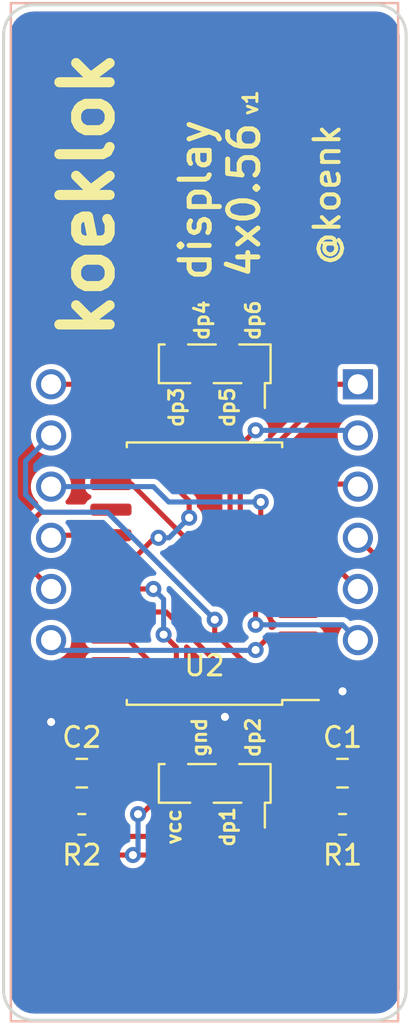
<source format=kicad_pcb>
(kicad_pcb (version 20171130) (host pcbnew 5.1.5-52549c5~84~ubuntu18.04.1)

  (general
    (thickness 1.6)
    (drawings 20)
    (tracks 132)
    (zones 0)
    (modules 8)
    (nets 25)
  )

  (page A4)
  (title_block
    (title "Koeklok - Display module - 4x0.56")
    (date 2020-01-26)
    (rev v1)
    (comment 4 "Author: Koen Koning")
  )

  (layers
    (0 F.Cu signal)
    (31 B.Cu signal)
    (32 B.Adhes user hide)
    (33 F.Adhes user hide)
    (34 B.Paste user hide)
    (35 F.Paste user hide)
    (36 B.SilkS user)
    (37 F.SilkS user)
    (38 B.Mask user hide)
    (39 F.Mask user hide)
    (40 Dwgs.User user hide)
    (41 Cmts.User user hide)
    (42 Eco1.User user hide)
    (43 Eco2.User user hide)
    (44 Edge.Cuts user)
    (45 Margin user hide)
    (46 B.CrtYd user)
    (47 F.CrtYd user)
    (48 B.Fab user hide)
    (49 F.Fab user hide)
  )

  (setup
    (last_trace_width 0.254)
    (trace_clearance 0.254)
    (zone_clearance 0.254)
    (zone_45_only no)
    (trace_min 0.1524)
    (via_size 0.8)
    (via_drill 0.4)
    (via_min_size 0.46)
    (via_min_drill 0.3)
    (uvia_size 0.3)
    (uvia_drill 0.1)
    (uvias_allowed no)
    (uvia_min_size 0.2)
    (uvia_min_drill 0.1)
    (edge_width 0.1)
    (segment_width 0.2)
    (pcb_text_width 0.3)
    (pcb_text_size 1.5 1.5)
    (mod_edge_width 0.15)
    (mod_text_size 1 1)
    (mod_text_width 0.15)
    (pad_size 1.524 1.524)
    (pad_drill 0.762)
    (pad_to_mask_clearance 0.051)
    (solder_mask_min_width 0.4)
    (aux_axis_origin 0 0)
    (visible_elements 7FFFFFFF)
    (pcbplotparams
      (layerselection 0x010fc_ffffffff)
      (usegerberextensions false)
      (usegerberattributes false)
      (usegerberadvancedattributes false)
      (creategerberjobfile false)
      (excludeedgelayer true)
      (linewidth 0.100000)
      (plotframeref false)
      (viasonmask false)
      (mode 1)
      (useauxorigin false)
      (hpglpennumber 1)
      (hpglpenspeed 20)
      (hpglpendiameter 15.000000)
      (psnegative false)
      (psa4output false)
      (plotreference true)
      (plotvalue true)
      (plotinvisibletext false)
      (padsonsilk false)
      (subtractmaskfromsilk false)
      (outputformat 1)
      (mirror false)
      (drillshape 1)
      (scaleselection 1)
      (outputdirectory ""))
  )

  (net 0 "")
  (net 1 GND)
  (net 2 VCC)
  (net 3 HDR_DISP_2)
  (net 4 HDR_DISP_1)
  (net 5 HDR_DISP_5)
  (net 6 HDR_DISP_3)
  (net 7 HDR_DISP_6)
  (net 8 HDR_DISP_4)
  (net 9 "Net-(U2-Pad20)")
  (net 10 "Net-(U2-Pad19)")
  (net 11 GRID1)
  (net 12 SEG1)
  (net 13 SEG6)
  (net 14 GRID2)
  (net 15 GRID3)
  (net 16 SEG2)
  (net 17 GRID4)
  (net 18 SEG7)
  (net 19 SEG3)
  (net 20 SEG8)
  (net 21 SEG4)
  (net 22 SEG5)
  (net 23 GRID5)
  (net 24 GRID6)

  (net_class Default "This is the default net class."
    (clearance 0.254)
    (trace_width 0.254)
    (via_dia 0.8)
    (via_drill 0.4)
    (uvia_dia 0.3)
    (uvia_drill 0.1)
    (add_net GND)
    (add_net GRID1)
    (add_net GRID2)
    (add_net GRID3)
    (add_net GRID4)
    (add_net GRID5)
    (add_net GRID6)
    (add_net HDR_DISP_1)
    (add_net HDR_DISP_2)
    (add_net HDR_DISP_3)
    (add_net HDR_DISP_4)
    (add_net HDR_DISP_5)
    (add_net HDR_DISP_6)
    (add_net "Net-(U2-Pad19)")
    (add_net "Net-(U2-Pad20)")
    (add_net SEG1)
    (add_net SEG2)
    (add_net SEG3)
    (add_net SEG4)
    (add_net SEG5)
    (add_net SEG6)
    (add_net SEG7)
    (add_net SEG8)
    (add_net VCC)
  )

  (module Connector_PinSocket_1.27mm:PinSocket_1x04_P1.27mm_Vertical_SMD_Pin1Right (layer F.Cu) (tedit 5A19A42C) (tstamp 5E2D85FA)
    (at 110.49 67.818 270)
    (descr "surface-mounted straight socket strip, 1x04, 1.27mm pitch, single row, style 2 (pin 1 right) (https://gct.co/pdfjs/web/viewer.html?file=/Files/Drawings/BD075.pdf&t=1511594726925), script generated")
    (tags "Surface mounted socket strip SMD 1x04 1.27mm single row style2 pin1 right")
    (path /5CD0F95E)
    (attr smd)
    (fp_text reference J2 (at 0 -4.215 90) (layer F.SilkS) hide
      (effects (font (size 1 1) (thickness 0.15)))
    )
    (fp_text value CONN_DISP_2 (at 0 4.215 90) (layer F.Fab)
      (effects (font (size 1 1) (thickness 0.15)))
    )
    (fp_text user %R (at 0 0) (layer F.Fab)
      (effects (font (size 1 1) (thickness 0.15)))
    )
    (fp_line (start -2.75 3.2) (end -2.75 -3.25) (layer F.CrtYd) (width 0.05))
    (fp_line (start 2.75 3.2) (end -2.75 3.2) (layer F.CrtYd) (width 0.05))
    (fp_line (start 2.75 -3.25) (end 2.75 3.2) (layer F.CrtYd) (width 0.05))
    (fp_line (start -2.75 -3.25) (end 2.75 -3.25) (layer F.CrtYd) (width 0.05))
    (fp_line (start -1.75 2.115) (end -1.75 1.695) (layer F.Fab) (width 0.1))
    (fp_line (start -0.9 2.115) (end -1.75 2.115) (layer F.Fab) (width 0.1))
    (fp_line (start -1.75 1.695) (end -0.9 1.695) (layer F.Fab) (width 0.1))
    (fp_line (start 1.75 0.845) (end 0.9 0.845) (layer F.Fab) (width 0.1))
    (fp_line (start 1.75 0.425) (end 1.75 0.845) (layer F.Fab) (width 0.1))
    (fp_line (start 0.9 0.425) (end 1.75 0.425) (layer F.Fab) (width 0.1))
    (fp_line (start -1.75 -0.425) (end -1.75 -0.845) (layer F.Fab) (width 0.1))
    (fp_line (start -0.9 -0.425) (end -1.75 -0.425) (layer F.Fab) (width 0.1))
    (fp_line (start -1.75 -0.845) (end -0.9 -0.845) (layer F.Fab) (width 0.1))
    (fp_line (start 1.75 -1.695) (end 0.9 -1.695) (layer F.Fab) (width 0.1))
    (fp_line (start 1.75 -2.115) (end 1.75 -1.695) (layer F.Fab) (width 0.1))
    (fp_line (start 0.9 -2.115) (end 1.75 -2.115) (layer F.Fab) (width 0.1))
    (fp_line (start -0.9 2.715) (end -0.9 -2.715) (layer F.Fab) (width 0.1))
    (fp_line (start 0.9 2.715) (end -0.9 2.715) (layer F.Fab) (width 0.1))
    (fp_line (start 0.9 -2.265) (end 0.9 2.715) (layer F.Fab) (width 0.1))
    (fp_line (start 0.45 -2.715) (end 0.9 -2.265) (layer F.Fab) (width 0.1))
    (fp_line (start -0.9 -2.715) (end 0.45 -2.715) (layer F.Fab) (width 0.1))
    (fp_line (start 0.96 -2.49) (end 2.19 -2.49) (layer F.SilkS) (width 0.12))
    (fp_line (start -0.96 2.49) (end -0.96 2.775) (layer F.SilkS) (width 0.12))
    (fp_line (start -0.96 -0.05) (end -0.96 1.32) (layer F.SilkS) (width 0.12))
    (fp_line (start -0.96 -2.775) (end -0.96 -1.22) (layer F.SilkS) (width 0.12))
    (fp_line (start -0.96 2.775) (end 0.96 2.775) (layer F.SilkS) (width 0.12))
    (fp_line (start 0.96 1.22) (end 0.96 2.775) (layer F.SilkS) (width 0.12))
    (fp_line (start 0.96 -1.32) (end 0.96 0.05) (layer F.SilkS) (width 0.12))
    (fp_line (start 0.96 -2.775) (end 0.96 -2.49) (layer F.SilkS) (width 0.12))
    (fp_line (start -0.96 -2.775) (end 0.96 -2.775) (layer F.SilkS) (width 0.12))
    (pad 3 smd rect (at 1.35 0.635 270) (size 1.8 0.65) (layers F.Cu F.Paste F.Mask)
      (net 8 HDR_DISP_4))
    (pad 1 smd rect (at 1.35 -1.905 270) (size 1.8 0.65) (layers F.Cu F.Paste F.Mask)
      (net 7 HDR_DISP_6))
    (pad 4 smd rect (at -1.35 1.905 270) (size 1.8 0.65) (layers F.Cu F.Paste F.Mask)
      (net 6 HDR_DISP_3))
    (pad 2 smd rect (at -1.35 -0.635 270) (size 1.8 0.65) (layers F.Cu F.Paste F.Mask)
      (net 5 HDR_DISP_5))
    (model ${KISYS3DMOD}/Connector_PinSocket_1.27mm.3dshapes/PinSocket_1x04_P1.27mm_Vertical_SMD_Pin1Right.wrl
      (at (xyz 0 0 0))
      (scale (xyz 1 1 1))
      (rotate (xyz 0 0 0))
    )
  )

  (module Connector_PinSocket_1.27mm:PinSocket_1x04_P1.27mm_Vertical_SMD_Pin1Right (layer F.Cu) (tedit 5A19A42C) (tstamp 5E2D7045)
    (at 110.49 88.646 270)
    (descr "surface-mounted straight socket strip, 1x04, 1.27mm pitch, single row, style 2 (pin 1 right) (https://gct.co/pdfjs/web/viewer.html?file=/Files/Drawings/BD075.pdf&t=1511594726925), script generated")
    (tags "Surface mounted socket strip SMD 1x04 1.27mm single row style2 pin1 right")
    (path /5CCF950A)
    (attr smd)
    (fp_text reference J1 (at 0 -4.215 90) (layer F.SilkS) hide
      (effects (font (size 1 1) (thickness 0.15)))
    )
    (fp_text value CONN_DISP_1 (at 0 4.215 90) (layer F.Fab)
      (effects (font (size 1 1) (thickness 0.15)))
    )
    (fp_text user %R (at 0 0) (layer F.Fab)
      (effects (font (size 1 1) (thickness 0.15)))
    )
    (fp_line (start -2.75 3.2) (end -2.75 -3.25) (layer F.CrtYd) (width 0.05))
    (fp_line (start 2.75 3.2) (end -2.75 3.2) (layer F.CrtYd) (width 0.05))
    (fp_line (start 2.75 -3.25) (end 2.75 3.2) (layer F.CrtYd) (width 0.05))
    (fp_line (start -2.75 -3.25) (end 2.75 -3.25) (layer F.CrtYd) (width 0.05))
    (fp_line (start -1.75 2.115) (end -1.75 1.695) (layer F.Fab) (width 0.1))
    (fp_line (start -0.9 2.115) (end -1.75 2.115) (layer F.Fab) (width 0.1))
    (fp_line (start -1.75 1.695) (end -0.9 1.695) (layer F.Fab) (width 0.1))
    (fp_line (start 1.75 0.845) (end 0.9 0.845) (layer F.Fab) (width 0.1))
    (fp_line (start 1.75 0.425) (end 1.75 0.845) (layer F.Fab) (width 0.1))
    (fp_line (start 0.9 0.425) (end 1.75 0.425) (layer F.Fab) (width 0.1))
    (fp_line (start -1.75 -0.425) (end -1.75 -0.845) (layer F.Fab) (width 0.1))
    (fp_line (start -0.9 -0.425) (end -1.75 -0.425) (layer F.Fab) (width 0.1))
    (fp_line (start -1.75 -0.845) (end -0.9 -0.845) (layer F.Fab) (width 0.1))
    (fp_line (start 1.75 -1.695) (end 0.9 -1.695) (layer F.Fab) (width 0.1))
    (fp_line (start 1.75 -2.115) (end 1.75 -1.695) (layer F.Fab) (width 0.1))
    (fp_line (start 0.9 -2.115) (end 1.75 -2.115) (layer F.Fab) (width 0.1))
    (fp_line (start -0.9 2.715) (end -0.9 -2.715) (layer F.Fab) (width 0.1))
    (fp_line (start 0.9 2.715) (end -0.9 2.715) (layer F.Fab) (width 0.1))
    (fp_line (start 0.9 -2.265) (end 0.9 2.715) (layer F.Fab) (width 0.1))
    (fp_line (start 0.45 -2.715) (end 0.9 -2.265) (layer F.Fab) (width 0.1))
    (fp_line (start -0.9 -2.715) (end 0.45 -2.715) (layer F.Fab) (width 0.1))
    (fp_line (start 0.96 -2.49) (end 2.19 -2.49) (layer F.SilkS) (width 0.12))
    (fp_line (start -0.96 2.49) (end -0.96 2.775) (layer F.SilkS) (width 0.12))
    (fp_line (start -0.96 -0.05) (end -0.96 1.32) (layer F.SilkS) (width 0.12))
    (fp_line (start -0.96 -2.775) (end -0.96 -1.22) (layer F.SilkS) (width 0.12))
    (fp_line (start -0.96 2.775) (end 0.96 2.775) (layer F.SilkS) (width 0.12))
    (fp_line (start 0.96 1.22) (end 0.96 2.775) (layer F.SilkS) (width 0.12))
    (fp_line (start 0.96 -1.32) (end 0.96 0.05) (layer F.SilkS) (width 0.12))
    (fp_line (start 0.96 -2.775) (end 0.96 -2.49) (layer F.SilkS) (width 0.12))
    (fp_line (start -0.96 -2.775) (end 0.96 -2.775) (layer F.SilkS) (width 0.12))
    (pad 3 smd rect (at 1.35 0.635 270) (size 1.8 0.65) (layers F.Cu F.Paste F.Mask)
      (net 1 GND))
    (pad 1 smd rect (at 1.35 -1.905 270) (size 1.8 0.65) (layers F.Cu F.Paste F.Mask)
      (net 3 HDR_DISP_2))
    (pad 4 smd rect (at -1.35 1.905 270) (size 1.8 0.65) (layers F.Cu F.Paste F.Mask)
      (net 2 VCC))
    (pad 2 smd rect (at -1.35 -0.635 270) (size 1.8 0.65) (layers F.Cu F.Paste F.Mask)
      (net 4 HDR_DISP_1))
    (model ${KISYS3DMOD}/Connector_PinSocket_1.27mm.3dshapes/PinSocket_1x04_P1.27mm_Vertical_SMD_Pin1Right.wrl
      (at (xyz 0 0 0))
      (scale (xyz 1 1 1))
      (rotate (xyz 0 0 0))
    )
  )

  (module Package_SO:SOIC-20W_7.5x12.8mm_P1.27mm (layer F.Cu) (tedit 5D9F72B1) (tstamp 5E2D70DA)
    (at 109.982 78.232 180)
    (descr "SOIC, 20 Pin (JEDEC MS-013AC, https://www.analog.com/media/en/package-pcb-resources/package/233848rw_20.pdf), generated with kicad-footprint-generator ipc_gullwing_generator.py")
    (tags "SOIC SO")
    (path /5CDB2857/5CDB943F)
    (attr smd)
    (fp_text reference U2 (at 0 -4.572) (layer F.SilkS)
      (effects (font (size 1 1) (thickness 0.15)))
    )
    (fp_text value TM1637 (at 0 7.35) (layer F.Fab)
      (effects (font (size 1 1) (thickness 0.15)))
    )
    (fp_text user %R (at 0 0) (layer F.Fab)
      (effects (font (size 1 1) (thickness 0.15)))
    )
    (fp_line (start 5.93 -6.65) (end -5.93 -6.65) (layer F.CrtYd) (width 0.05))
    (fp_line (start 5.93 6.65) (end 5.93 -6.65) (layer F.CrtYd) (width 0.05))
    (fp_line (start -5.93 6.65) (end 5.93 6.65) (layer F.CrtYd) (width 0.05))
    (fp_line (start -5.93 -6.65) (end -5.93 6.65) (layer F.CrtYd) (width 0.05))
    (fp_line (start -3.75 -5.4) (end -2.75 -6.4) (layer F.Fab) (width 0.1))
    (fp_line (start -3.75 6.4) (end -3.75 -5.4) (layer F.Fab) (width 0.1))
    (fp_line (start 3.75 6.4) (end -3.75 6.4) (layer F.Fab) (width 0.1))
    (fp_line (start 3.75 -6.4) (end 3.75 6.4) (layer F.Fab) (width 0.1))
    (fp_line (start -2.75 -6.4) (end 3.75 -6.4) (layer F.Fab) (width 0.1))
    (fp_line (start -3.86 -6.275) (end -5.675 -6.275) (layer F.SilkS) (width 0.12))
    (fp_line (start -3.86 -6.51) (end -3.86 -6.275) (layer F.SilkS) (width 0.12))
    (fp_line (start 0 -6.51) (end -3.86 -6.51) (layer F.SilkS) (width 0.12))
    (fp_line (start 3.86 -6.51) (end 3.86 -6.275) (layer F.SilkS) (width 0.12))
    (fp_line (start 0 -6.51) (end 3.86 -6.51) (layer F.SilkS) (width 0.12))
    (fp_line (start -3.86 6.51) (end -3.86 6.275) (layer F.SilkS) (width 0.12))
    (fp_line (start 0 6.51) (end -3.86 6.51) (layer F.SilkS) (width 0.12))
    (fp_line (start 3.86 6.51) (end 3.86 6.275) (layer F.SilkS) (width 0.12))
    (fp_line (start 0 6.51) (end 3.86 6.51) (layer F.SilkS) (width 0.12))
    (pad 20 smd roundrect (at 4.65 -5.715 180) (size 2.05 0.6) (layers F.Cu F.Paste F.Mask) (roundrect_rratio 0.25)
      (net 9 "Net-(U2-Pad20)"))
    (pad 19 smd roundrect (at 4.65 -4.445 180) (size 2.05 0.6) (layers F.Cu F.Paste F.Mask) (roundrect_rratio 0.25)
      (net 10 "Net-(U2-Pad19)"))
    (pad 18 smd roundrect (at 4.65 -3.175 180) (size 2.05 0.6) (layers F.Cu F.Paste F.Mask) (roundrect_rratio 0.25)
      (net 3 HDR_DISP_2))
    (pad 17 smd roundrect (at 4.65 -1.905 180) (size 2.05 0.6) (layers F.Cu F.Paste F.Mask) (roundrect_rratio 0.25)
      (net 4 HDR_DISP_1))
    (pad 16 smd roundrect (at 4.65 -0.635 180) (size 2.05 0.6) (layers F.Cu F.Paste F.Mask) (roundrect_rratio 0.25)
      (net 2 VCC))
    (pad 15 smd roundrect (at 4.65 0.635 180) (size 2.05 0.6) (layers F.Cu F.Paste F.Mask) (roundrect_rratio 0.25)
      (net 11 GRID1))
    (pad 14 smd roundrect (at 4.65 1.905 180) (size 2.05 0.6) (layers F.Cu F.Paste F.Mask) (roundrect_rratio 0.25)
      (net 14 GRID2))
    (pad 13 smd roundrect (at 4.65 3.175 180) (size 2.05 0.6) (layers F.Cu F.Paste F.Mask) (roundrect_rratio 0.25)
      (net 15 GRID3))
    (pad 12 smd roundrect (at 4.65 4.445 180) (size 2.05 0.6) (layers F.Cu F.Paste F.Mask) (roundrect_rratio 0.25)
      (net 17 GRID4))
    (pad 11 smd roundrect (at 4.65 5.715 180) (size 2.05 0.6) (layers F.Cu F.Paste F.Mask) (roundrect_rratio 0.25)
      (net 23 GRID5))
    (pad 10 smd roundrect (at -4.65 5.715 180) (size 2.05 0.6) (layers F.Cu F.Paste F.Mask) (roundrect_rratio 0.25)
      (net 24 GRID6))
    (pad 9 smd roundrect (at -4.65 4.445 180) (size 2.05 0.6) (layers F.Cu F.Paste F.Mask) (roundrect_rratio 0.25)
      (net 20 SEG8))
    (pad 8 smd roundrect (at -4.65 3.175 180) (size 2.05 0.6) (layers F.Cu F.Paste F.Mask) (roundrect_rratio 0.25)
      (net 18 SEG7))
    (pad 7 smd roundrect (at -4.65 1.905 180) (size 2.05 0.6) (layers F.Cu F.Paste F.Mask) (roundrect_rratio 0.25)
      (net 13 SEG6))
    (pad 6 smd roundrect (at -4.65 0.635 180) (size 2.05 0.6) (layers F.Cu F.Paste F.Mask) (roundrect_rratio 0.25)
      (net 22 SEG5))
    (pad 5 smd roundrect (at -4.65 -0.635 180) (size 2.05 0.6) (layers F.Cu F.Paste F.Mask) (roundrect_rratio 0.25)
      (net 21 SEG4))
    (pad 4 smd roundrect (at -4.65 -1.905 180) (size 2.05 0.6) (layers F.Cu F.Paste F.Mask) (roundrect_rratio 0.25)
      (net 19 SEG3))
    (pad 3 smd roundrect (at -4.65 -3.175 180) (size 2.05 0.6) (layers F.Cu F.Paste F.Mask) (roundrect_rratio 0.25)
      (net 16 SEG2))
    (pad 2 smd roundrect (at -4.65 -4.445 180) (size 2.05 0.6) (layers F.Cu F.Paste F.Mask) (roundrect_rratio 0.25)
      (net 12 SEG1))
    (pad 1 smd roundrect (at -4.65 -5.715 180) (size 2.05 0.6) (layers F.Cu F.Paste F.Mask) (roundrect_rratio 0.25)
      (net 1 GND))
    (model ${KISYS3DMOD}/Package_SO.3dshapes/SOIC-20W_7.5x12.8mm_P1.27mm.wrl
      (at (xyz 0 0 0))
      (scale (xyz 1 1 1))
      (rotate (xyz 0 0 0))
    )
  )

  (module Display_7Segment:CA56-12EWA (layer B.Cu) (tedit 5A02FE84) (tstamp 5E2D83CA)
    (at 117.602 68.834 180)
    (descr "4 digit 7 segment green LED, http://www.kingbrightusa.com/images/catalog/SPEC/CA56-12EWA.pdf")
    (tags "4 digit 7 segment green LED")
    (path /5C447639)
    (fp_text reference U1 (at -0.4 20.31) (layer B.SilkS) hide
      (effects (font (size 1 1) (thickness 0.15)) (justify mirror))
    )
    (fp_text value CA56-12EWA (at 2.37 -33.21) (layer B.Fab)
      (effects (font (size 1 1) (thickness 0.15)) (justify mirror))
    )
    (fp_text user %R (at 8.128 -6.604) (layer B.Fab)
      (effects (font (size 1 1) (thickness 0.15)) (justify mirror))
    )
    (fp_line (start -1.88 -1) (end -1.88 -31.5) (layer B.Fab) (width 0.1))
    (fp_line (start -1.88 -31.5) (end 17.12 -31.5) (layer B.Fab) (width 0.1))
    (fp_line (start 17.12 18.8) (end 17.12 -31.5) (layer B.Fab) (width 0.1))
    (fp_line (start -1.88 18.8) (end 17.12 18.8) (layer B.Fab) (width 0.1))
    (fp_line (start -2.38 1) (end -2.38 -1) (layer B.SilkS) (width 0.12))
    (fp_line (start -2.13 -31.75) (end -2.13 19.05) (layer B.CrtYd) (width 0.05))
    (fp_line (start 17.37 -31.75) (end -2.13 -31.75) (layer B.CrtYd) (width 0.05))
    (fp_line (start 17.37 19.05) (end 17.37 -31.75) (layer B.CrtYd) (width 0.05))
    (fp_line (start -2.13 19.05) (end 17.37 19.05) (layer B.CrtYd) (width 0.05))
    (fp_line (start -1.88 1) (end -1.88 18.8) (layer B.Fab) (width 0.1))
    (fp_line (start -0.88 0) (end -1.88 1) (layer B.Fab) (width 0.1))
    (fp_line (start -1.88 -1) (end -0.88 0) (layer B.Fab) (width 0.1))
    (fp_line (start 17.24 -31.62) (end 17.24 18.92) (layer B.SilkS) (width 0.12))
    (fp_line (start -2 -31.62) (end 17.24 -31.62) (layer B.SilkS) (width 0.12))
    (fp_line (start -2 18.92) (end -2 -31.62) (layer B.SilkS) (width 0.12))
    (fp_line (start -2 18.92) (end 17.24 18.92) (layer B.SilkS) (width 0.12))
    (pad 12 thru_hole circle (at 15.24 0 180) (size 1.5 1.5) (drill 1) (layers *.Cu *.Mask)
      (net 11 GRID1))
    (pad 11 thru_hole circle (at 15.24 -2.54 180) (size 1.5 1.5) (drill 1) (layers *.Cu *.Mask)
      (net 12 SEG1))
    (pad 10 thru_hole circle (at 15.24 -5.08 180) (size 1.5 1.5) (drill 1) (layers *.Cu *.Mask)
      (net 13 SEG6))
    (pad 9 thru_hole circle (at 15.24 -7.62 180) (size 1.5 1.5) (drill 1) (layers *.Cu *.Mask)
      (net 14 GRID2))
    (pad 8 thru_hole circle (at 15.24 -10.16 180) (size 1.5 1.5) (drill 1) (layers *.Cu *.Mask)
      (net 15 GRID3))
    (pad 7 thru_hole circle (at 15.24 -12.7 180) (size 1.5 1.5) (drill 1) (layers *.Cu *.Mask)
      (net 16 SEG2))
    (pad 6 thru_hole circle (at 0 -12.7 180) (size 1.5 1.5) (drill 1) (layers *.Cu *.Mask)
      (net 17 GRID4))
    (pad 5 thru_hole circle (at 0 -10.16 180) (size 1.5 1.5) (drill 1) (layers *.Cu *.Mask)
      (net 18 SEG7))
    (pad 4 thru_hole circle (at 0 -7.62 180) (size 1.5 1.5) (drill 1) (layers *.Cu *.Mask)
      (net 19 SEG3))
    (pad 3 thru_hole circle (at 0 -5.08 180) (size 1.5 1.5) (drill 1) (layers *.Cu *.Mask)
      (net 20 SEG8))
    (pad 2 thru_hole circle (at 0 -2.54 180) (size 1.5 1.5) (drill 1) (layers *.Cu *.Mask)
      (net 21 SEG4))
    (pad 1 thru_hole rect (at 0 0 180) (size 1.5 1.5) (drill 1) (layers *.Cu *.Mask)
      (net 22 SEG5))
    (model ${KISYS3DMOD}/Display_7Segment.3dshapes/CA56-12EWA.wrl
      (at (xyz 0 0 0))
      (scale (xyz 1 1 1))
      (rotate (xyz 0 0 0))
    )
  )

  (module Resistor_SMD:R_0603_1608Metric_Pad1.05x0.95mm_HandSolder (layer F.Cu) (tedit 5B301BBD) (tstamp 5E2D708E)
    (at 103.886 90.678)
    (descr "Resistor SMD 0603 (1608 Metric), square (rectangular) end terminal, IPC_7351 nominal with elongated pad for handsoldering. (Body size source: http://www.tortai-tech.com/upload/download/2011102023233369053.pdf), generated with kicad-footprint-generator")
    (tags "resistor handsolder")
    (path /5CDB2857/5CDB93E0)
    (attr smd)
    (fp_text reference R2 (at 0 1.524) (layer F.SilkS)
      (effects (font (size 1 1) (thickness 0.15)))
    )
    (fp_text value 10k (at 0 1.43) (layer F.Fab)
      (effects (font (size 1 1) (thickness 0.15)))
    )
    (fp_text user %R (at 0 0) (layer F.Fab)
      (effects (font (size 0.4 0.4) (thickness 0.06)))
    )
    (fp_line (start 1.65 0.73) (end -1.65 0.73) (layer F.CrtYd) (width 0.05))
    (fp_line (start 1.65 -0.73) (end 1.65 0.73) (layer F.CrtYd) (width 0.05))
    (fp_line (start -1.65 -0.73) (end 1.65 -0.73) (layer F.CrtYd) (width 0.05))
    (fp_line (start -1.65 0.73) (end -1.65 -0.73) (layer F.CrtYd) (width 0.05))
    (fp_line (start -0.171267 0.51) (end 0.171267 0.51) (layer F.SilkS) (width 0.12))
    (fp_line (start -0.171267 -0.51) (end 0.171267 -0.51) (layer F.SilkS) (width 0.12))
    (fp_line (start 0.8 0.4) (end -0.8 0.4) (layer F.Fab) (width 0.1))
    (fp_line (start 0.8 -0.4) (end 0.8 0.4) (layer F.Fab) (width 0.1))
    (fp_line (start -0.8 -0.4) (end 0.8 -0.4) (layer F.Fab) (width 0.1))
    (fp_line (start -0.8 0.4) (end -0.8 -0.4) (layer F.Fab) (width 0.1))
    (pad 2 smd roundrect (at 0.875 0) (size 1.05 0.95) (layers F.Cu F.Paste F.Mask) (roundrect_rratio 0.25)
      (net 3 HDR_DISP_2))
    (pad 1 smd roundrect (at -0.875 0) (size 1.05 0.95) (layers F.Cu F.Paste F.Mask) (roundrect_rratio 0.25)
      (net 2 VCC))
    (model ${KISYS3DMOD}/Resistor_SMD.3dshapes/R_0603_1608Metric.wrl
      (at (xyz 0 0 0))
      (scale (xyz 1 1 1))
      (rotate (xyz 0 0 0))
    )
  )

  (module Resistor_SMD:R_0603_1608Metric_Pad1.05x0.95mm_HandSolder (layer F.Cu) (tedit 5B301BBD) (tstamp 5E2D89CC)
    (at 116.84 90.678 180)
    (descr "Resistor SMD 0603 (1608 Metric), square (rectangular) end terminal, IPC_7351 nominal with elongated pad for handsoldering. (Body size source: http://www.tortai-tech.com/upload/download/2011102023233369053.pdf), generated with kicad-footprint-generator")
    (tags "resistor handsolder")
    (path /5CDB2857/5CDB93DA)
    (attr smd)
    (fp_text reference R1 (at 0 -1.524) (layer F.SilkS)
      (effects (font (size 1 1) (thickness 0.15)))
    )
    (fp_text value 10k (at 0 1.43) (layer F.Fab)
      (effects (font (size 1 1) (thickness 0.15)))
    )
    (fp_text user %R (at 0 0) (layer F.Fab)
      (effects (font (size 0.4 0.4) (thickness 0.06)))
    )
    (fp_line (start 1.65 0.73) (end -1.65 0.73) (layer F.CrtYd) (width 0.05))
    (fp_line (start 1.65 -0.73) (end 1.65 0.73) (layer F.CrtYd) (width 0.05))
    (fp_line (start -1.65 -0.73) (end 1.65 -0.73) (layer F.CrtYd) (width 0.05))
    (fp_line (start -1.65 0.73) (end -1.65 -0.73) (layer F.CrtYd) (width 0.05))
    (fp_line (start -0.171267 0.51) (end 0.171267 0.51) (layer F.SilkS) (width 0.12))
    (fp_line (start -0.171267 -0.51) (end 0.171267 -0.51) (layer F.SilkS) (width 0.12))
    (fp_line (start 0.8 0.4) (end -0.8 0.4) (layer F.Fab) (width 0.1))
    (fp_line (start 0.8 -0.4) (end 0.8 0.4) (layer F.Fab) (width 0.1))
    (fp_line (start -0.8 -0.4) (end 0.8 -0.4) (layer F.Fab) (width 0.1))
    (fp_line (start -0.8 0.4) (end -0.8 -0.4) (layer F.Fab) (width 0.1))
    (pad 2 smd roundrect (at 0.875 0 180) (size 1.05 0.95) (layers F.Cu F.Paste F.Mask) (roundrect_rratio 0.25)
      (net 4 HDR_DISP_1))
    (pad 1 smd roundrect (at -0.875 0 180) (size 1.05 0.95) (layers F.Cu F.Paste F.Mask) (roundrect_rratio 0.25)
      (net 2 VCC))
    (model ${KISYS3DMOD}/Resistor_SMD.3dshapes/R_0603_1608Metric.wrl
      (at (xyz 0 0 0))
      (scale (xyz 1 1 1))
      (rotate (xyz 0 0 0))
    )
  )

  (module Capacitor_SMD:C_0805_2012Metric_Pad1.15x1.40mm_HandSolder (layer F.Cu) (tedit 5B36C52B) (tstamp 5E2D701E)
    (at 103.886 88.138 180)
    (descr "Capacitor SMD 0805 (2012 Metric), square (rectangular) end terminal, IPC_7351 nominal with elongated pad for handsoldering. (Body size source: https://docs.google.com/spreadsheets/d/1BsfQQcO9C6DZCsRaXUlFlo91Tg2WpOkGARC1WS5S8t0/edit?usp=sharing), generated with kicad-footprint-generator")
    (tags "capacitor handsolder")
    (path /5CDB2857/5CDB93EC)
    (attr smd)
    (fp_text reference C2 (at 0 1.778) (layer F.SilkS)
      (effects (font (size 1 1) (thickness 0.15)))
    )
    (fp_text value 100pF (at 0 1.65) (layer F.Fab)
      (effects (font (size 1 1) (thickness 0.15)))
    )
    (fp_text user %R (at 0 0) (layer F.Fab)
      (effects (font (size 0.5 0.5) (thickness 0.08)))
    )
    (fp_line (start 1.85 0.95) (end -1.85 0.95) (layer F.CrtYd) (width 0.05))
    (fp_line (start 1.85 -0.95) (end 1.85 0.95) (layer F.CrtYd) (width 0.05))
    (fp_line (start -1.85 -0.95) (end 1.85 -0.95) (layer F.CrtYd) (width 0.05))
    (fp_line (start -1.85 0.95) (end -1.85 -0.95) (layer F.CrtYd) (width 0.05))
    (fp_line (start -0.261252 0.71) (end 0.261252 0.71) (layer F.SilkS) (width 0.12))
    (fp_line (start -0.261252 -0.71) (end 0.261252 -0.71) (layer F.SilkS) (width 0.12))
    (fp_line (start 1 0.6) (end -1 0.6) (layer F.Fab) (width 0.1))
    (fp_line (start 1 -0.6) (end 1 0.6) (layer F.Fab) (width 0.1))
    (fp_line (start -1 -0.6) (end 1 -0.6) (layer F.Fab) (width 0.1))
    (fp_line (start -1 0.6) (end -1 -0.6) (layer F.Fab) (width 0.1))
    (pad 2 smd roundrect (at 1.025 0 180) (size 1.15 1.4) (layers F.Cu F.Paste F.Mask) (roundrect_rratio 0.217391)
      (net 1 GND))
    (pad 1 smd roundrect (at -1.025 0 180) (size 1.15 1.4) (layers F.Cu F.Paste F.Mask) (roundrect_rratio 0.217391)
      (net 3 HDR_DISP_2))
    (model ${KISYS3DMOD}/Capacitor_SMD.3dshapes/C_0805_2012Metric.wrl
      (at (xyz 0 0 0))
      (scale (xyz 1 1 1))
      (rotate (xyz 0 0 0))
    )
  )

  (module Capacitor_SMD:C_0805_2012Metric_Pad1.15x1.40mm_HandSolder (layer F.Cu) (tedit 5B36C52B) (tstamp 5E2D700D)
    (at 116.84 88.138)
    (descr "Capacitor SMD 0805 (2012 Metric), square (rectangular) end terminal, IPC_7351 nominal with elongated pad for handsoldering. (Body size source: https://docs.google.com/spreadsheets/d/1BsfQQcO9C6DZCsRaXUlFlo91Tg2WpOkGARC1WS5S8t0/edit?usp=sharing), generated with kicad-footprint-generator")
    (tags "capacitor handsolder")
    (path /5CDB2857/5CDB93E6)
    (attr smd)
    (fp_text reference C1 (at 0 -1.778) (layer F.SilkS)
      (effects (font (size 1 1) (thickness 0.15)))
    )
    (fp_text value 100pF (at 0 1.65) (layer F.Fab)
      (effects (font (size 1 1) (thickness 0.15)))
    )
    (fp_text user %R (at 0 0) (layer F.Fab)
      (effects (font (size 0.5 0.5) (thickness 0.08)))
    )
    (fp_line (start 1.85 0.95) (end -1.85 0.95) (layer F.CrtYd) (width 0.05))
    (fp_line (start 1.85 -0.95) (end 1.85 0.95) (layer F.CrtYd) (width 0.05))
    (fp_line (start -1.85 -0.95) (end 1.85 -0.95) (layer F.CrtYd) (width 0.05))
    (fp_line (start -1.85 0.95) (end -1.85 -0.95) (layer F.CrtYd) (width 0.05))
    (fp_line (start -0.261252 0.71) (end 0.261252 0.71) (layer F.SilkS) (width 0.12))
    (fp_line (start -0.261252 -0.71) (end 0.261252 -0.71) (layer F.SilkS) (width 0.12))
    (fp_line (start 1 0.6) (end -1 0.6) (layer F.Fab) (width 0.1))
    (fp_line (start 1 -0.6) (end 1 0.6) (layer F.Fab) (width 0.1))
    (fp_line (start -1 -0.6) (end 1 -0.6) (layer F.Fab) (width 0.1))
    (fp_line (start -1 0.6) (end -1 -0.6) (layer F.Fab) (width 0.1))
    (pad 2 smd roundrect (at 1.025 0) (size 1.15 1.4) (layers F.Cu F.Paste F.Mask) (roundrect_rratio 0.217391)
      (net 1 GND))
    (pad 1 smd roundrect (at -1.025 0) (size 1.15 1.4) (layers F.Cu F.Paste F.Mask) (roundrect_rratio 0.217391)
      (net 4 HDR_DISP_1))
    (model ${KISYS3DMOD}/Capacitor_SMD.3dshapes/C_0805_2012Metric.wrl
      (at (xyz 0 0 0))
      (scale (xyz 1 1 1))
      (rotate (xyz 0 0 0))
    )
  )

  (gr_text vcc (at 108.458 90.805 90) (layer F.SilkS) (tstamp 5D22270A)
    (effects (font (size 0.7 0.7) (thickness 0.15)))
  )
  (gr_text dp1 (at 111.125 90.805 90) (layer F.SilkS) (tstamp 5D22270E)
    (effects (font (size 0.7 0.7) (thickness 0.15)))
  )
  (gr_text dp2 (at 112.395 86.36 90) (layer F.SilkS) (tstamp 5D22270E)
    (effects (font (size 0.7 0.7) (thickness 0.15)))
  )
  (gr_text gnd (at 109.728 86.36 90) (layer F.SilkS) (tstamp 5D22270E)
    (effects (font (size 0.7 0.7) (thickness 0.15)))
  )
  (gr_text dp4 (at 109.855 65.659 90) (layer F.SilkS) (tstamp 5D222E0E)
    (effects (font (size 0.7 0.7) (thickness 0.15)))
  )
  (gr_text dp5 (at 111.125 69.977 90) (layer F.SilkS) (tstamp 5D222E0E)
    (effects (font (size 0.7 0.7) (thickness 0.15)))
  )
  (gr_text dp6 (at 112.395 65.659 90) (layer F.SilkS) (tstamp 5D222E0E)
    (effects (font (size 0.7 0.7) (thickness 0.15)))
  )
  (gr_text v1 (at 112.268 54.864 90) (layer F.SilkS) (tstamp 5D21F25D)
    (effects (font (size 0.7 0.7) (thickness 0.15)))
  )
  (gr_text dp3 (at 108.585 69.977 90) (layer F.SilkS) (tstamp 5D222E0E)
    (effects (font (size 0.7 0.7) (thickness 0.15)))
  )
  (gr_text "display\n4x0.56" (at 110.744 59.69 90) (layer F.SilkS) (tstamp 5D2214B9)
    (effects (font (size 1.5 1.5) (thickness 0.25)))
  )
  (gr_text @koenk (at 116.078 59.436 90) (layer F.SilkS)
    (effects (font (size 1.25 1.25) (thickness 0.2)))
  )
  (gr_text koeklok (at 104.14 59.436 90) (layer F.SilkS) (tstamp 5E2D8AF4)
    (effects (font (size 2.5 2.5) (thickness 0.5)))
  )
  (gr_arc (start 101.5 51.5) (end 101.5 50) (angle -90) (layer Edge.Cuts) (width 0.15))
  (gr_arc (start 118.5 51.5) (end 120 51.5) (angle -90) (layer Edge.Cuts) (width 0.15) (tstamp 5D2204C9))
  (gr_line (start 101.5 50) (end 118.5 50) (layer Edge.Cuts) (width 0.15))
  (gr_arc (start 118.5 98.9) (end 118.5 100.4) (angle -90) (layer Edge.Cuts) (width 0.15) (tstamp 5D2204C9))
  (gr_line (start 101.5 100.4) (end 118.5 100.4) (layer Edge.Cuts) (width 0.15))
  (gr_arc (start 101.5 98.9) (end 100 98.9) (angle -90) (layer Edge.Cuts) (width 0.15) (tstamp 5D2204C9))
  (gr_line (start 100 51.5) (end 100 98.9) (layer Edge.Cuts) (width 0.15) (tstamp 5D217D98))
  (gr_line (start 120 51.5) (end 120 98.9) (layer Edge.Cuts) (width 0.15))

  (segment (start 114.632 84.905) (end 117.865 88.138) (width 0.254) (layer F.Cu) (net 1))
  (segment (start 114.632 83.947) (end 114.632 84.905) (width 0.254) (layer F.Cu) (net 1))
  (via (at 110.998 85.344) (size 0.8) (drill 0.4) (layers F.Cu B.Cu) (net 1))
  (segment (start 109.855 89.996) (end 109.855 86.487) (width 0.254) (layer F.Cu) (net 1))
  (segment (start 109.855 86.487) (end 110.998 85.344) (width 0.254) (layer F.Cu) (net 1))
  (via (at 116.84 84.074) (size 0.8) (drill 0.4) (layers F.Cu B.Cu) (net 1))
  (segment (start 110.998 85.344) (end 112.268 84.074) (width 0.254) (layer B.Cu) (net 1))
  (segment (start 112.268 84.074) (end 116.84 84.074) (width 0.254) (layer B.Cu) (net 1))
  (segment (start 114.759 84.074) (end 114.632 83.947) (width 0.254) (layer F.Cu) (net 1))
  (segment (start 116.84 84.074) (end 114.759 84.074) (width 0.254) (layer F.Cu) (net 1))
  (via (at 102.362 85.598) (size 0.8) (drill 0.4) (layers F.Cu B.Cu) (net 1))
  (segment (start 110.998 85.344) (end 102.616 85.344) (width 0.254) (layer B.Cu) (net 1))
  (segment (start 102.616 85.344) (end 102.362 85.598) (width 0.254) (layer B.Cu) (net 1))
  (segment (start 102.861 86.097) (end 102.861 88.138) (width 0.254) (layer F.Cu) (net 1))
  (segment (start 102.362 85.598) (end 102.861 86.097) (width 0.254) (layer F.Cu) (net 1))
  (via (at 107.95 81.261) (size 0.8) (drill 0.4) (layers F.Cu B.Cu) (net 2))
  (segment (start 108.585 87.296) (end 108.585 81.896) (width 0.254) (layer F.Cu) (net 2))
  (segment (start 108.585 81.896) (end 107.95 81.261) (width 0.254) (layer F.Cu) (net 2))
  (via (at 107.442 78.994) (size 0.8) (drill 0.4) (layers F.Cu B.Cu) (net 2))
  (segment (start 107.95 81.261) (end 107.95 79.502) (width 0.254) (layer B.Cu) (net 2))
  (segment (start 107.95 79.502) (end 107.442 78.994) (width 0.254) (layer B.Cu) (net 2))
  (segment (start 105.459 78.994) (end 105.332 78.867) (width 0.254) (layer F.Cu) (net 2))
  (segment (start 107.442 78.994) (end 105.459 78.994) (width 0.254) (layer F.Cu) (net 2))
  (via (at 106.68 90.17) (size 0.8) (drill 0.4) (layers F.Cu B.Cu) (net 2))
  (segment (start 106.865 90.17) (end 106.68 90.17) (width 0.254) (layer F.Cu) (net 2))
  (segment (start 108.585 87.296) (end 108.585 88.45) (width 0.254) (layer F.Cu) (net 2))
  (segment (start 108.585 88.45) (end 106.865 90.17) (width 0.254) (layer F.Cu) (net 2))
  (via (at 106.426 92.202) (size 0.8) (drill 0.4) (layers F.Cu B.Cu) (net 2))
  (segment (start 106.68 90.17) (end 106.68 91.948) (width 0.254) (layer B.Cu) (net 2))
  (segment (start 106.68 91.948) (end 106.426 92.202) (width 0.254) (layer B.Cu) (net 2))
  (segment (start 117.715 91.153) (end 117.715 90.678) (width 0.254) (layer F.Cu) (net 2))
  (segment (start 116.666 92.202) (end 117.715 91.153) (width 0.254) (layer F.Cu) (net 2))
  (segment (start 106.426 92.202) (end 116.666 92.202) (width 0.254) (layer F.Cu) (net 2))
  (segment (start 103.011 91.153) (end 103.011 90.678) (width 0.254) (layer F.Cu) (net 2))
  (segment (start 106.426 92.202) (end 104.06 92.202) (width 0.254) (layer F.Cu) (net 2))
  (segment (start 104.06 92.202) (end 103.011 91.153) (width 0.254) (layer F.Cu) (net 2))
  (segment (start 104.885001 91.277001) (end 104.761 91.153) (width 0.254) (layer F.Cu) (net 3))
  (segment (start 104.761 91.153) (end 104.761 90.678) (width 0.254) (layer F.Cu) (net 3))
  (segment (start 110.534999 91.277001) (end 104.885001 91.277001) (width 0.254) (layer F.Cu) (net 3))
  (segment (start 111.816 89.996) (end 110.534999 91.277001) (width 0.254) (layer F.Cu) (net 3))
  (segment (start 112.395 89.996) (end 111.816 89.996) (width 0.254) (layer F.Cu) (net 3))
  (segment (start 104.761 88.288) (end 104.911 88.138) (width 0.254) (layer F.Cu) (net 3))
  (segment (start 104.761 90.678) (end 104.761 88.288) (width 0.254) (layer F.Cu) (net 3))
  (segment (start 106.074 81.407) (end 105.332 81.407) (width 0.254) (layer F.Cu) (net 3))
  (segment (start 107.188 82.521) (end 106.074 81.407) (width 0.254) (layer F.Cu) (net 3))
  (segment (start 104.911 88.138) (end 104.911 87.438) (width 0.254) (layer F.Cu) (net 3))
  (segment (start 107.188 85.161) (end 107.188 82.521) (width 0.254) (layer F.Cu) (net 3))
  (segment (start 104.911 87.438) (end 107.188 85.161) (width 0.254) (layer F.Cu) (net 3))
  (segment (start 115.815 90.528) (end 115.965 90.678) (width 0.254) (layer F.Cu) (net 4))
  (segment (start 115.815 88.138) (end 115.815 90.528) (width 0.254) (layer F.Cu) (net 4))
  (segment (start 106.357 80.137) (end 105.332 80.137) (width 0.254) (layer F.Cu) (net 4))
  (segment (start 108.077 80.137) (end 106.357 80.137) (width 0.254) (layer F.Cu) (net 4))
  (segment (start 115.815 88.138) (end 115.815 87.875) (width 0.254) (layer F.Cu) (net 4))
  (segment (start 115.815 87.875) (end 108.077 80.137) (width 0.254) (layer F.Cu) (net 4))
  (segment (start 115.561 87.884) (end 115.815 88.138) (width 0.254) (layer F.Cu) (net 4))
  (segment (start 111.125 87.296) (end 111.125 87.884) (width 0.254) (layer F.Cu) (net 4))
  (segment (start 111.125 87.884) (end 115.561 87.884) (width 0.254) (layer F.Cu) (net 4))
  (via (at 107.696 76.454) (size 0.8) (drill 0.4) (layers F.Cu B.Cu) (net 11))
  (segment (start 107.5 76.454) (end 107.696 76.454) (width 0.254) (layer F.Cu) (net 11))
  (segment (start 105.332 77.597) (end 106.357 77.597) (width 0.254) (layer F.Cu) (net 11))
  (segment (start 106.357 77.597) (end 107.5 76.454) (width 0.254) (layer F.Cu) (net 11))
  (via (at 109.22 75.457) (size 0.8) (drill 0.4) (layers F.Cu B.Cu) (net 11))
  (segment (start 107.696 76.454) (end 108.223 76.454) (width 0.254) (layer B.Cu) (net 11))
  (segment (start 108.223 76.454) (end 109.22 75.457) (width 0.254) (layer B.Cu) (net 11))
  (segment (start 103.42266 68.834) (end 102.362 68.834) (width 0.254) (layer F.Cu) (net 11))
  (segment (start 103.424964 68.834) (end 103.42266 68.834) (width 0.254) (layer F.Cu) (net 11))
  (segment (start 109.22 75.457) (end 109.22 74.629036) (width 0.254) (layer F.Cu) (net 11))
  (segment (start 109.22 74.629036) (end 103.424964 68.834) (width 0.254) (layer F.Cu) (net 11))
  (via (at 110.49 80.518) (size 0.8) (drill 0.4) (layers F.Cu B.Cu) (net 12))
  (segment (start 114.505 82.804) (end 114.632 82.677) (width 0.254) (layer F.Cu) (net 12))
  (segment (start 112.128118 82.804) (end 114.505 82.804) (width 0.254) (layer F.Cu) (net 12))
  (segment (start 110.49 81.165882) (end 112.128118 82.804) (width 0.254) (layer F.Cu) (net 12))
  (segment (start 110.49 80.518) (end 110.49 81.165882) (width 0.254) (layer F.Cu) (net 12))
  (segment (start 105.15601 75.18401) (end 110.49 80.518) (width 0.254) (layer B.Cu) (net 12))
  (segment (start 101.958128 75.18401) (end 105.15601 75.18401) (width 0.254) (layer B.Cu) (net 12))
  (segment (start 101.092 74.317882) (end 101.958128 75.18401) (width 0.254) (layer B.Cu) (net 12))
  (segment (start 102.362 71.374) (end 101.092 72.644) (width 0.254) (layer B.Cu) (net 12))
  (segment (start 101.092 72.644) (end 101.092 74.317882) (width 0.254) (layer B.Cu) (net 12))
  (via (at 112.776 74.676) (size 0.8) (drill 0.4) (layers F.Cu B.Cu) (net 13))
  (segment (start 112.776 75.496) (end 112.776 74.676) (width 0.254) (layer F.Cu) (net 13))
  (segment (start 114.632 76.327) (end 113.607 76.327) (width 0.254) (layer F.Cu) (net 13))
  (segment (start 113.607 76.327) (end 112.776 75.496) (width 0.254) (layer F.Cu) (net 13))
  (segment (start 107.442 73.914) (end 102.362 73.914) (width 0.254) (layer B.Cu) (net 13))
  (segment (start 112.776 74.676) (end 108.204 74.676) (width 0.254) (layer B.Cu) (net 13))
  (segment (start 108.204 74.676) (end 107.442 73.914) (width 0.254) (layer B.Cu) (net 13))
  (segment (start 102.489 76.327) (end 102.362 76.454) (width 0.254) (layer F.Cu) (net 14))
  (segment (start 105.332 76.327) (end 102.489 76.327) (width 0.254) (layer F.Cu) (net 14))
  (segment (start 101.612001 78.244001) (end 102.362 78.994) (width 0.254) (layer F.Cu) (net 15))
  (segment (start 101.092 75.946) (end 101.092 77.724) (width 0.254) (layer F.Cu) (net 15))
  (segment (start 105.332 75.057) (end 105.205 75.184) (width 0.254) (layer F.Cu) (net 15))
  (segment (start 101.092 77.724) (end 101.612001 78.244001) (width 0.254) (layer F.Cu) (net 15))
  (segment (start 101.854 75.184) (end 101.092 75.946) (width 0.254) (layer F.Cu) (net 15))
  (segment (start 105.205 75.184) (end 101.854 75.184) (width 0.254) (layer F.Cu) (net 15))
  (segment (start 113.13799 81.407) (end 112.522 82.02299) (width 0.254) (layer F.Cu) (net 16))
  (via (at 112.522 82.02299) (size 0.8) (drill 0.4) (layers F.Cu B.Cu) (net 16))
  (segment (start 114.632 81.407) (end 113.13799 81.407) (width 0.254) (layer F.Cu) (net 16))
  (segment (start 102.362 81.534) (end 102.87 82.042) (width 0.254) (layer B.Cu) (net 16))
  (segment (start 112.50299 82.042) (end 112.522 82.02299) (width 0.254) (layer B.Cu) (net 16))
  (segment (start 102.87 82.042) (end 112.50299 82.042) (width 0.254) (layer B.Cu) (net 16))
  (segment (start 112.522 79.952) (end 112.522 80.772) (width 0.254) (layer F.Cu) (net 17))
  (segment (start 105.332 73.787) (end 106.357 73.787) (width 0.254) (layer F.Cu) (net 17))
  (via (at 112.522 80.772) (size 0.8) (drill 0.4) (layers F.Cu B.Cu) (net 17))
  (segment (start 106.357 73.787) (end 112.522 79.952) (width 0.254) (layer F.Cu) (net 17))
  (segment (start 116.84 80.772) (end 117.602 81.534) (width 0.254) (layer B.Cu) (net 17))
  (segment (start 112.522 80.772) (end 116.84 80.772) (width 0.254) (layer B.Cu) (net 17))
  (segment (start 116.852001 78.244001) (end 117.602 78.994) (width 0.254) (layer F.Cu) (net 18))
  (segment (start 116.332 77.724) (end 116.852001 78.244001) (width 0.254) (layer F.Cu) (net 18))
  (segment (start 116.332 75.732) (end 116.332 77.724) (width 0.254) (layer F.Cu) (net 18))
  (segment (start 114.632 75.057) (end 115.657 75.057) (width 0.254) (layer F.Cu) (net 18))
  (segment (start 115.657 75.057) (end 116.332 75.732) (width 0.254) (layer F.Cu) (net 18))
  (segment (start 118.351999 77.203999) (end 117.602 76.454) (width 0.254) (layer F.Cu) (net 19))
  (segment (start 118.872 77.724) (end 118.351999 77.203999) (width 0.254) (layer F.Cu) (net 19))
  (segment (start 118.872 79.756) (end 118.872 77.724) (width 0.254) (layer F.Cu) (net 19))
  (segment (start 118.364 80.264) (end 118.872 79.756) (width 0.254) (layer F.Cu) (net 19))
  (segment (start 114.632 80.137) (end 114.759 80.264) (width 0.254) (layer F.Cu) (net 19))
  (segment (start 114.759 80.264) (end 118.364 80.264) (width 0.254) (layer F.Cu) (net 19))
  (segment (start 117.475 73.787) (end 117.602 73.914) (width 0.254) (layer F.Cu) (net 20))
  (segment (start 114.632 73.787) (end 117.475 73.787) (width 0.254) (layer F.Cu) (net 20))
  (via (at 112.522 71.12) (size 0.8) (drill 0.4) (layers F.Cu B.Cu) (net 21))
  (segment (start 117.348 71.12) (end 117.602 71.374) (width 0.254) (layer B.Cu) (net 21))
  (segment (start 112.522 71.12) (end 117.348 71.12) (width 0.254) (layer B.Cu) (net 21))
  (segment (start 111.25199 76.51199) (end 111.25199 72.39001) (width 0.254) (layer F.Cu) (net 21))
  (segment (start 112.122001 71.519999) (end 112.522 71.12) (width 0.254) (layer F.Cu) (net 21))
  (segment (start 111.25199 72.39001) (end 112.122001 71.519999) (width 0.254) (layer F.Cu) (net 21))
  (segment (start 114.632 78.867) (end 113.607 78.867) (width 0.254) (layer F.Cu) (net 21))
  (segment (start 113.607 78.867) (end 111.25199 76.51199) (width 0.254) (layer F.Cu) (net 21))
  (segment (start 116.598 68.834) (end 117.602 68.834) (width 0.254) (layer F.Cu) (net 22))
  (segment (start 111.76 75.692) (end 111.76 73.613036) (width 0.254) (layer F.Cu) (net 22))
  (segment (start 114.632 77.597) (end 113.665 77.597) (width 0.254) (layer F.Cu) (net 22))
  (segment (start 116.539036 68.834) (end 116.598 68.834) (width 0.254) (layer F.Cu) (net 22))
  (segment (start 111.76 73.613036) (end 116.539036 68.834) (width 0.254) (layer F.Cu) (net 22))
  (segment (start 113.665 77.597) (end 111.76 75.692) (width 0.254) (layer F.Cu) (net 22))

  (zone (net 1) (net_name GND) (layer F.Cu) (tstamp 0) (hatch edge 0.508)
    (connect_pads (clearance 0.254))
    (min_thickness 0.254)
    (fill yes (arc_segments 32) (thermal_gap 0.508) (thermal_bridge_width 0.508))
    (polygon
      (pts
        (xy 99.822 49.784) (xy 120.142 49.784) (xy 120.142 100.584) (xy 99.822 100.584)
      )
    )
    (filled_polygon
      (pts
        (xy 118.702355 50.478028) (xy 118.897007 50.536797) (xy 119.076527 50.63225) (xy 119.234098 50.760761) (xy 119.363703 50.917427)
        (xy 119.460409 51.096279) (xy 119.520535 51.290515) (xy 119.544 51.513777) (xy 119.544001 98.877686) (xy 119.521972 99.102359)
        (xy 119.463204 99.297006) (xy 119.367749 99.47653) (xy 119.239237 99.634099) (xy 119.082573 99.763703) (xy 118.903721 99.860409)
        (xy 118.709485 99.920535) (xy 118.486223 99.944) (xy 101.522304 99.944) (xy 101.297641 99.921972) (xy 101.102994 99.863204)
        (xy 100.92347 99.767749) (xy 100.765901 99.639237) (xy 100.636297 99.482573) (xy 100.539591 99.303721) (xy 100.479465 99.109485)
        (xy 100.456 98.886223) (xy 100.456 88.838) (xy 101.647928 88.838) (xy 101.660188 88.962482) (xy 101.696498 89.08218)
        (xy 101.755463 89.192494) (xy 101.834815 89.289185) (xy 101.931506 89.368537) (xy 102.04182 89.427502) (xy 102.161518 89.463812)
        (xy 102.286 89.476072) (xy 102.57525 89.473) (xy 102.734 89.31425) (xy 102.734 88.265) (xy 101.80975 88.265)
        (xy 101.651 88.42375) (xy 101.647928 88.838) (xy 100.456 88.838) (xy 100.456 87.438) (xy 101.647928 87.438)
        (xy 101.651 87.85225) (xy 101.80975 88.011) (xy 102.734 88.011) (xy 102.734 86.96175) (xy 102.57525 86.803)
        (xy 102.286 86.799928) (xy 102.161518 86.812188) (xy 102.04182 86.848498) (xy 101.931506 86.907463) (xy 101.834815 86.986815)
        (xy 101.755463 87.083506) (xy 101.696498 87.19382) (xy 101.660188 87.313518) (xy 101.647928 87.438) (xy 100.456 87.438)
        (xy 100.456 81.422606) (xy 101.231 81.422606) (xy 101.231 81.645394) (xy 101.274464 81.8639) (xy 101.359721 82.069729)
        (xy 101.483495 82.25497) (xy 101.64103 82.412505) (xy 101.826271 82.536279) (xy 102.0321 82.621536) (xy 102.250606 82.665)
        (xy 102.473394 82.665) (xy 102.6919 82.621536) (xy 102.897729 82.536279) (xy 103.08297 82.412505) (xy 103.240505 82.25497)
        (xy 103.364279 82.069729) (xy 103.449536 81.8639) (xy 103.493 81.645394) (xy 103.493 81.422606) (xy 103.449536 81.2041)
        (xy 103.364279 80.998271) (xy 103.240505 80.81303) (xy 103.08297 80.655495) (xy 102.897729 80.531721) (xy 102.6919 80.446464)
        (xy 102.473394 80.403) (xy 102.250606 80.403) (xy 102.0321 80.446464) (xy 101.826271 80.531721) (xy 101.64103 80.655495)
        (xy 101.483495 80.81303) (xy 101.359721 80.998271) (xy 101.274464 81.2041) (xy 101.231 81.422606) (xy 100.456 81.422606)
        (xy 100.456 75.946) (xy 100.581543 75.946) (xy 100.584 75.970945) (xy 100.584001 77.699046) (xy 100.581543 77.724)
        (xy 100.588275 77.792343) (xy 100.591352 77.823585) (xy 100.616493 77.906464) (xy 100.6204 77.919343) (xy 100.667571 78.007595)
        (xy 100.701269 78.048656) (xy 100.731053 78.084948) (xy 100.75043 78.10085) (xy 101.27043 78.620851) (xy 101.270436 78.620856)
        (xy 101.28595 78.63637) (xy 101.274464 78.6641) (xy 101.231 78.882606) (xy 101.231 79.105394) (xy 101.274464 79.3239)
        (xy 101.359721 79.529729) (xy 101.483495 79.71497) (xy 101.64103 79.872505) (xy 101.826271 79.996279) (xy 102.0321 80.081536)
        (xy 102.250606 80.125) (xy 102.473394 80.125) (xy 102.6919 80.081536) (xy 102.897729 79.996279) (xy 103.08297 79.872505)
        (xy 103.240505 79.71497) (xy 103.364279 79.529729) (xy 103.449536 79.3239) (xy 103.493 79.105394) (xy 103.493 78.882606)
        (xy 103.449536 78.6641) (xy 103.364279 78.458271) (xy 103.240505 78.27303) (xy 103.08297 78.115495) (xy 102.897729 77.991721)
        (xy 102.6919 77.906464) (xy 102.473394 77.863) (xy 102.250606 77.863) (xy 102.0321 77.906464) (xy 102.00437 77.91795)
        (xy 101.988856 77.902436) (xy 101.988851 77.90243) (xy 101.6 77.51358) (xy 101.6 77.291475) (xy 101.64103 77.332505)
        (xy 101.826271 77.456279) (xy 102.0321 77.541536) (xy 102.250606 77.585) (xy 102.473394 77.585) (xy 102.6919 77.541536)
        (xy 102.897729 77.456279) (xy 103.08297 77.332505) (xy 103.240505 77.17497) (xy 103.364279 76.989729) (xy 103.42837 76.835)
        (xy 104.064813 76.835) (xy 104.080223 76.853777) (xy 104.160968 76.920043) (xy 104.239464 76.962) (xy 104.160968 77.003957)
        (xy 104.080223 77.070223) (xy 104.013957 77.150968) (xy 103.964717 77.24309) (xy 103.934395 77.343047) (xy 103.924157 77.447)
        (xy 103.924157 77.747) (xy 103.934395 77.850953) (xy 103.964717 77.95091) (xy 104.013957 78.043032) (xy 104.080223 78.123777)
        (xy 104.160968 78.190043) (xy 104.239464 78.232) (xy 104.160968 78.273957) (xy 104.080223 78.340223) (xy 104.013957 78.420968)
        (xy 103.964717 78.51309) (xy 103.934395 78.613047) (xy 103.924157 78.717) (xy 103.924157 79.017) (xy 103.934395 79.120953)
        (xy 103.964717 79.22091) (xy 104.013957 79.313032) (xy 104.080223 79.393777) (xy 104.160968 79.460043) (xy 104.239464 79.502)
        (xy 104.160968 79.543957) (xy 104.080223 79.610223) (xy 104.013957 79.690968) (xy 103.964717 79.78309) (xy 103.934395 79.883047)
        (xy 103.924157 79.987) (xy 103.924157 80.287) (xy 103.934395 80.390953) (xy 103.964717 80.49091) (xy 104.013957 80.583032)
        (xy 104.080223 80.663777) (xy 104.160968 80.730043) (xy 104.239464 80.772) (xy 104.160968 80.813957) (xy 104.080223 80.880223)
        (xy 104.013957 80.960968) (xy 103.964717 81.05309) (xy 103.934395 81.153047) (xy 103.924157 81.257) (xy 103.924157 81.557)
        (xy 103.934395 81.660953) (xy 103.964717 81.76091) (xy 104.013957 81.853032) (xy 104.080223 81.933777) (xy 104.160968 82.000043)
        (xy 104.239464 82.042) (xy 104.160968 82.083957) (xy 104.080223 82.150223) (xy 104.013957 82.230968) (xy 103.964717 82.32309)
        (xy 103.934395 82.423047) (xy 103.924157 82.527) (xy 103.924157 82.827) (xy 103.934395 82.930953) (xy 103.964717 83.03091)
        (xy 104.013957 83.123032) (xy 104.080223 83.203777) (xy 104.160968 83.270043) (xy 104.239464 83.312) (xy 104.160968 83.353957)
        (xy 104.080223 83.420223) (xy 104.013957 83.500968) (xy 103.964717 83.59309) (xy 103.934395 83.693047) (xy 103.924157 83.797)
        (xy 103.924157 84.097) (xy 103.934395 84.200953) (xy 103.964717 84.30091) (xy 104.013957 84.393032) (xy 104.080223 84.473777)
        (xy 104.160968 84.540043) (xy 104.25309 84.589283) (xy 104.353047 84.619605) (xy 104.457 84.629843) (xy 106.207 84.629843)
        (xy 106.310953 84.619605) (xy 106.41091 84.589283) (xy 106.503032 84.540043) (xy 106.583777 84.473777) (xy 106.650043 84.393032)
        (xy 106.68 84.336986) (xy 106.68 84.950579) (xy 104.574268 87.056312) (xy 104.462538 87.067317) (xy 104.343821 87.103329)
        (xy 104.234411 87.16181) (xy 104.138512 87.240512) (xy 104.063611 87.33178) (xy 104.061812 87.313518) (xy 104.025502 87.19382)
        (xy 103.966537 87.083506) (xy 103.887185 86.986815) (xy 103.790494 86.907463) (xy 103.68018 86.848498) (xy 103.560482 86.812188)
        (xy 103.436 86.799928) (xy 103.14675 86.803) (xy 102.988 86.96175) (xy 102.988 88.011) (xy 103.008 88.011)
        (xy 103.008 88.265) (xy 102.988 88.265) (xy 102.988 89.31425) (xy 103.14675 89.473) (xy 103.436 89.476072)
        (xy 103.560482 89.463812) (xy 103.68018 89.427502) (xy 103.790494 89.368537) (xy 103.887185 89.289185) (xy 103.966537 89.192494)
        (xy 104.025502 89.08218) (xy 104.061812 88.962482) (xy 104.063611 88.94422) (xy 104.138512 89.035488) (xy 104.234411 89.11419)
        (xy 104.253001 89.124126) (xy 104.253 89.862253) (xy 104.236105 89.867378) (xy 104.128856 89.924704) (xy 104.034851 90.001851)
        (xy 103.957704 90.095856) (xy 103.900378 90.203105) (xy 103.886 90.250503) (xy 103.871622 90.203105) (xy 103.814296 90.095856)
        (xy 103.737149 90.001851) (xy 103.643144 89.924704) (xy 103.535895 89.867378) (xy 103.419523 89.832077) (xy 103.2985 89.820157)
        (xy 102.7235 89.820157) (xy 102.602477 89.832077) (xy 102.486105 89.867378) (xy 102.378856 89.924704) (xy 102.284851 90.001851)
        (xy 102.207704 90.095856) (xy 102.150378 90.203105) (xy 102.115077 90.319477) (xy 102.103157 90.4405) (xy 102.103157 90.9155)
        (xy 102.115077 91.036523) (xy 102.150378 91.152895) (xy 102.207704 91.260144) (xy 102.284851 91.354149) (xy 102.378856 91.431296)
        (xy 102.486105 91.488622) (xy 102.602477 91.523923) (xy 102.67017 91.53059) (xy 103.68315 92.543571) (xy 103.699052 92.562948)
        (xy 103.718429 92.57885) (xy 103.776404 92.626429) (xy 103.823576 92.651643) (xy 103.864657 92.673601) (xy 103.960415 92.702649)
        (xy 104.035053 92.71) (xy 104.035055 92.71) (xy 104.059999 92.712457) (xy 104.084943 92.71) (xy 105.829499 92.71)
        (xy 105.928141 92.808642) (xy 106.056058 92.894113) (xy 106.198191 92.952987) (xy 106.349078 92.983) (xy 106.502922 92.983)
        (xy 106.653809 92.952987) (xy 106.795942 92.894113) (xy 106.923859 92.808642) (xy 107.022501 92.71) (xy 116.641056 92.71)
        (xy 116.666 92.712457) (xy 116.690944 92.71) (xy 116.690947 92.71) (xy 116.765585 92.702649) (xy 116.861343 92.673601)
        (xy 116.949595 92.626429) (xy 117.026948 92.562948) (xy 117.042855 92.543565) (xy 118.055831 91.53059) (xy 118.123523 91.523923)
        (xy 118.239895 91.488622) (xy 118.347144 91.431296) (xy 118.441149 91.354149) (xy 118.518296 91.260144) (xy 118.575622 91.152895)
        (xy 118.610923 91.036523) (xy 118.622843 90.9155) (xy 118.622843 90.4405) (xy 118.610923 90.319477) (xy 118.575622 90.203105)
        (xy 118.518296 90.095856) (xy 118.441149 90.001851) (xy 118.347144 89.924704) (xy 118.239895 89.867378) (xy 118.123523 89.832077)
        (xy 118.0025 89.820157) (xy 117.4275 89.820157) (xy 117.306477 89.832077) (xy 117.190105 89.867378) (xy 117.082856 89.924704)
        (xy 116.988851 90.001851) (xy 116.911704 90.095856) (xy 116.854378 90.203105) (xy 116.84 90.250503) (xy 116.825622 90.203105)
        (xy 116.768296 90.095856) (xy 116.691149 90.001851) (xy 116.597144 89.924704) (xy 116.489895 89.867378) (xy 116.373523 89.832077)
        (xy 116.323 89.827101) (xy 116.323 89.190623) (xy 116.382179 89.172671) (xy 116.491589 89.11419) (xy 116.587488 89.035488)
        (xy 116.662389 88.94422) (xy 116.664188 88.962482) (xy 116.700498 89.08218) (xy 116.759463 89.192494) (xy 116.838815 89.289185)
        (xy 116.935506 89.368537) (xy 117.04582 89.427502) (xy 117.165518 89.463812) (xy 117.29 89.476072) (xy 117.57925 89.473)
        (xy 117.738 89.31425) (xy 117.738 88.265) (xy 117.992 88.265) (xy 117.992 89.31425) (xy 118.15075 89.473)
        (xy 118.44 89.476072) (xy 118.564482 89.463812) (xy 118.68418 89.427502) (xy 118.794494 89.368537) (xy 118.891185 89.289185)
        (xy 118.970537 89.192494) (xy 119.029502 89.08218) (xy 119.065812 88.962482) (xy 119.078072 88.838) (xy 119.075 88.42375)
        (xy 118.91625 88.265) (xy 117.992 88.265) (xy 117.738 88.265) (xy 117.718 88.265) (xy 117.718 88.011)
        (xy 117.738 88.011) (xy 117.738 86.96175) (xy 117.992 86.96175) (xy 117.992 88.011) (xy 118.91625 88.011)
        (xy 119.075 87.85225) (xy 119.078072 87.438) (xy 119.065812 87.313518) (xy 119.029502 87.19382) (xy 118.970537 87.083506)
        (xy 118.891185 86.986815) (xy 118.794494 86.907463) (xy 118.68418 86.848498) (xy 118.564482 86.812188) (xy 118.44 86.799928)
        (xy 118.15075 86.803) (xy 117.992 86.96175) (xy 117.738 86.96175) (xy 117.57925 86.803) (xy 117.29 86.799928)
        (xy 117.165518 86.812188) (xy 117.04582 86.848498) (xy 116.935506 86.907463) (xy 116.838815 86.986815) (xy 116.759463 87.083506)
        (xy 116.700498 87.19382) (xy 116.664188 87.313518) (xy 116.662389 87.33178) (xy 116.587488 87.240512) (xy 116.491589 87.16181)
        (xy 116.382179 87.103329) (xy 116.263462 87.067317) (xy 116.140001 87.055157) (xy 115.713577 87.055157) (xy 113.536554 84.878134)
        (xy 113.607 84.885072) (xy 114.34625 84.882) (xy 114.505 84.72325) (xy 114.505 84.074) (xy 114.759 84.074)
        (xy 114.759 84.72325) (xy 114.91775 84.882) (xy 115.657 84.885072) (xy 115.781482 84.872812) (xy 115.90118 84.836502)
        (xy 116.011494 84.777537) (xy 116.108185 84.698185) (xy 116.187537 84.601494) (xy 116.246502 84.49118) (xy 116.282812 84.371482)
        (xy 116.295072 84.247) (xy 116.292 84.23275) (xy 116.13325 84.074) (xy 114.759 84.074) (xy 114.505 84.074)
        (xy 113.13075 84.074) (xy 112.972 84.23275) (xy 112.968928 84.247) (xy 112.975866 84.317446) (xy 111.934564 83.276144)
        (xy 112.028533 83.304649) (xy 112.103171 83.312) (xy 112.103174 83.312) (xy 112.128118 83.314457) (xy 112.153062 83.312)
        (xy 113.066043 83.312) (xy 113.017498 83.40282) (xy 112.981188 83.522518) (xy 112.968928 83.647) (xy 112.972 83.66125)
        (xy 113.13075 83.82) (xy 114.505 83.82) (xy 114.505 83.8) (xy 114.759 83.8) (xy 114.759 83.82)
        (xy 116.13325 83.82) (xy 116.292 83.66125) (xy 116.295072 83.647) (xy 116.282812 83.522518) (xy 116.246502 83.40282)
        (xy 116.187537 83.292506) (xy 116.108185 83.195815) (xy 116.011494 83.116463) (xy 115.966429 83.092375) (xy 115.999283 83.03091)
        (xy 116.029605 82.930953) (xy 116.039843 82.827) (xy 116.039843 82.527) (xy 116.029605 82.423047) (xy 115.999283 82.32309)
        (xy 115.950043 82.230968) (xy 115.883777 82.150223) (xy 115.803032 82.083957) (xy 115.724536 82.042) (xy 115.803032 82.000043)
        (xy 115.883777 81.933777) (xy 115.950043 81.853032) (xy 115.999283 81.76091) (xy 116.029605 81.660953) (xy 116.039843 81.557)
        (xy 116.039843 81.257) (xy 116.029605 81.153047) (xy 115.999283 81.05309) (xy 115.950043 80.960968) (xy 115.883777 80.880223)
        (xy 115.803032 80.813957) (xy 115.724536 80.772) (xy 116.764525 80.772) (xy 116.723495 80.81303) (xy 116.599721 80.998271)
        (xy 116.514464 81.2041) (xy 116.471 81.422606) (xy 116.471 81.645394) (xy 116.514464 81.8639) (xy 116.599721 82.069729)
        (xy 116.723495 82.25497) (xy 116.88103 82.412505) (xy 117.066271 82.536279) (xy 117.2721 82.621536) (xy 117.490606 82.665)
        (xy 117.713394 82.665) (xy 117.9319 82.621536) (xy 118.137729 82.536279) (xy 118.32297 82.412505) (xy 118.480505 82.25497)
        (xy 118.604279 82.069729) (xy 118.689536 81.8639) (xy 118.733 81.645394) (xy 118.733 81.422606) (xy 118.689536 81.2041)
        (xy 118.604279 80.998271) (xy 118.480505 80.81303) (xy 118.434945 80.76747) (xy 118.463585 80.764649) (xy 118.559343 80.735601)
        (xy 118.647595 80.688429) (xy 118.724948 80.624948) (xy 118.740855 80.605566) (xy 119.21357 80.132851) (xy 119.232948 80.116948)
        (xy 119.252133 80.093571) (xy 119.296429 80.039596) (xy 119.3436 79.951345) (xy 119.350969 79.927053) (xy 119.372649 79.855585)
        (xy 119.38 79.780947) (xy 119.38 79.780945) (xy 119.382457 79.756001) (xy 119.38 79.731057) (xy 119.38 77.748943)
        (xy 119.382457 77.723999) (xy 119.37769 77.675599) (xy 119.372649 77.624415) (xy 119.343601 77.528657) (xy 119.326902 77.497415)
        (xy 119.296429 77.440404) (xy 119.24885 77.382429) (xy 119.232948 77.363052) (xy 119.21357 77.347149) (xy 118.693569 76.827149)
        (xy 118.67805 76.81163) (xy 118.689536 76.7839) (xy 118.733 76.565394) (xy 118.733 76.342606) (xy 118.689536 76.1241)
        (xy 118.604279 75.918271) (xy 118.480505 75.73303) (xy 118.32297 75.575495) (xy 118.137729 75.451721) (xy 117.9319 75.366464)
        (xy 117.713394 75.323) (xy 117.490606 75.323) (xy 117.2721 75.366464) (xy 117.066271 75.451721) (xy 116.88103 75.575495)
        (xy 116.830662 75.625863) (xy 116.803601 75.536657) (xy 116.785628 75.503032) (xy 116.756429 75.448404) (xy 116.70885 75.390429)
        (xy 116.692948 75.371052) (xy 116.67357 75.355149) (xy 116.033855 74.715435) (xy 116.017948 74.696052) (xy 115.977996 74.663265)
        (xy 115.950043 74.610968) (xy 115.883777 74.530223) (xy 115.803032 74.463957) (xy 115.724536 74.422) (xy 115.803032 74.380043)
        (xy 115.883777 74.313777) (xy 115.899187 74.295) (xy 116.53563 74.295) (xy 116.599721 74.449729) (xy 116.723495 74.63497)
        (xy 116.88103 74.792505) (xy 117.066271 74.916279) (xy 117.2721 75.001536) (xy 117.490606 75.045) (xy 117.713394 75.045)
        (xy 117.9319 75.001536) (xy 118.137729 74.916279) (xy 118.32297 74.792505) (xy 118.480505 74.63497) (xy 118.604279 74.449729)
        (xy 118.689536 74.2439) (xy 118.733 74.025394) (xy 118.733 73.802606) (xy 118.689536 73.5841) (xy 118.604279 73.378271)
        (xy 118.480505 73.19303) (xy 118.32297 73.035495) (xy 118.137729 72.911721) (xy 117.9319 72.826464) (xy 117.713394 72.783)
        (xy 117.490606 72.783) (xy 117.2721 72.826464) (xy 117.066271 72.911721) (xy 116.88103 73.035495) (xy 116.723495 73.19303)
        (xy 116.666052 73.279) (xy 115.899187 73.279) (xy 115.883777 73.260223) (xy 115.803032 73.193957) (xy 115.724536 73.152)
        (xy 115.803032 73.110043) (xy 115.883777 73.043777) (xy 115.950043 72.963032) (xy 115.999283 72.87091) (xy 116.029605 72.770953)
        (xy 116.039843 72.667) (xy 116.039843 72.367) (xy 116.029605 72.263047) (xy 115.999283 72.16309) (xy 115.950043 72.070968)
        (xy 115.883777 71.990223) (xy 115.803032 71.923957) (xy 115.71091 71.874717) (xy 115.610953 71.844395) (xy 115.507 71.834157)
        (xy 114.257299 71.834157) (xy 114.82885 71.262606) (xy 116.471 71.262606) (xy 116.471 71.485394) (xy 116.514464 71.7039)
        (xy 116.599721 71.909729) (xy 116.723495 72.09497) (xy 116.88103 72.252505) (xy 117.066271 72.376279) (xy 117.2721 72.461536)
        (xy 117.490606 72.505) (xy 117.713394 72.505) (xy 117.9319 72.461536) (xy 118.137729 72.376279) (xy 118.32297 72.252505)
        (xy 118.480505 72.09497) (xy 118.604279 71.909729) (xy 118.689536 71.7039) (xy 118.733 71.485394) (xy 118.733 71.262606)
        (xy 118.689536 71.0441) (xy 118.604279 70.838271) (xy 118.480505 70.65303) (xy 118.32297 70.495495) (xy 118.137729 70.371721)
        (xy 117.9319 70.286464) (xy 117.713394 70.243) (xy 117.490606 70.243) (xy 117.2721 70.286464) (xy 117.066271 70.371721)
        (xy 116.88103 70.495495) (xy 116.723495 70.65303) (xy 116.599721 70.838271) (xy 116.514464 71.0441) (xy 116.471 71.262606)
        (xy 114.82885 71.262606) (xy 116.472591 69.618865) (xy 116.476513 69.658689) (xy 116.498299 69.730508) (xy 116.533678 69.796696)
        (xy 116.581289 69.854711) (xy 116.639304 69.902322) (xy 116.705492 69.937701) (xy 116.777311 69.959487) (xy 116.852 69.966843)
        (xy 118.352 69.966843) (xy 118.426689 69.959487) (xy 118.498508 69.937701) (xy 118.564696 69.902322) (xy 118.622711 69.854711)
        (xy 118.670322 69.796696) (xy 118.705701 69.730508) (xy 118.727487 69.658689) (xy 118.734843 69.584) (xy 118.734843 68.084)
        (xy 118.727487 68.009311) (xy 118.705701 67.937492) (xy 118.670322 67.871304) (xy 118.622711 67.813289) (xy 118.564696 67.765678)
        (xy 118.498508 67.730299) (xy 118.426689 67.708513) (xy 118.352 67.701157) (xy 116.852 67.701157) (xy 116.777311 67.708513)
        (xy 116.705492 67.730299) (xy 116.639304 67.765678) (xy 116.581289 67.813289) (xy 116.533678 67.871304) (xy 116.498299 67.937492)
        (xy 116.476513 68.009311) (xy 116.469157 68.084) (xy 116.469157 68.330425) (xy 116.439451 68.333351) (xy 116.343693 68.362399)
        (xy 116.255441 68.409571) (xy 116.178088 68.473052) (xy 116.162181 68.492435) (xy 113.249072 71.405544) (xy 113.272987 71.347809)
        (xy 113.303 71.196922) (xy 113.303 71.043078) (xy 113.272987 70.892191) (xy 113.214113 70.750058) (xy 113.128642 70.622141)
        (xy 113.019859 70.513358) (xy 112.891942 70.427887) (xy 112.871092 70.419251) (xy 112.932696 70.386322) (xy 112.990711 70.338711)
        (xy 113.038322 70.280696) (xy 113.073701 70.214508) (xy 113.095487 70.142689) (xy 113.102843 70.068) (xy 113.102843 68.268)
        (xy 113.095487 68.193311) (xy 113.073701 68.121492) (xy 113.038322 68.055304) (xy 112.990711 67.997289) (xy 112.932696 67.949678)
        (xy 112.866508 67.914299) (xy 112.794689 67.892513) (xy 112.72 67.885157) (xy 112.07 67.885157) (xy 111.995311 67.892513)
        (xy 111.923492 67.914299) (xy 111.857304 67.949678) (xy 111.799289 67.997289) (xy 111.751678 68.055304) (xy 111.716299 68.121492)
        (xy 111.694513 68.193311) (xy 111.687157 68.268) (xy 111.687157 70.068) (xy 111.694513 70.142689) (xy 111.716299 70.214508)
        (xy 111.751678 70.280696) (xy 111.799289 70.338711) (xy 111.857304 70.386322) (xy 111.923492 70.421701) (xy 111.995311 70.443487)
        (xy 112.07 70.450843) (xy 112.117702 70.450843) (xy 112.024141 70.513358) (xy 111.915358 70.622141) (xy 111.829887 70.750058)
        (xy 111.771013 70.892191) (xy 111.741 71.043078) (xy 111.741 71.182579) (xy 110.91042 72.01316) (xy 110.891043 72.029062)
        (xy 110.875141 72.048439) (xy 110.87514 72.04844) (xy 110.827561 72.106415) (xy 110.78039 72.194667) (xy 110.751342 72.290426)
        (xy 110.741533 72.39001) (xy 110.743991 72.414964) (xy 110.74399 76.487046) (xy 110.741533 76.51199) (xy 110.74399 76.536934)
        (xy 110.74399 76.536936) (xy 110.751341 76.611574) (xy 110.780389 76.707332) (xy 110.827561 76.795585) (xy 110.891042 76.872938)
        (xy 110.910425 76.888845) (xy 113.230149 79.20857) (xy 113.246052 79.227948) (xy 113.265429 79.24385) (xy 113.286004 79.260736)
        (xy 113.313957 79.313032) (xy 113.380223 79.393777) (xy 113.460968 79.460043) (xy 113.539464 79.502) (xy 113.460968 79.543957)
        (xy 113.380223 79.610223) (xy 113.313957 79.690968) (xy 113.264717 79.78309) (xy 113.234395 79.883047) (xy 113.224157 79.987)
        (xy 113.224157 80.287) (xy 113.234395 80.390953) (xy 113.264717 80.49091) (xy 113.313957 80.583032) (xy 113.380223 80.663777)
        (xy 113.460968 80.730043) (xy 113.539464 80.772) (xy 113.460968 80.813957) (xy 113.380223 80.880223) (xy 113.364813 80.899)
        (xy 113.293039 80.899) (xy 113.303 80.848922) (xy 113.303 80.695078) (xy 113.272987 80.544191) (xy 113.214113 80.402058)
        (xy 113.128642 80.274141) (xy 113.03 80.175499) (xy 113.03 79.976944) (xy 113.032457 79.952) (xy 113.03 79.927053)
        (xy 113.022649 79.852415) (xy 112.993601 79.756657) (xy 112.946429 79.668405) (xy 112.882948 79.591052) (xy 112.863565 79.575145)
        (xy 109.482173 76.193753) (xy 109.589942 76.149113) (xy 109.717859 76.063642) (xy 109.826642 75.954859) (xy 109.912113 75.826942)
        (xy 109.970987 75.684809) (xy 110.001 75.533922) (xy 110.001 75.380078) (xy 109.970987 75.229191) (xy 109.912113 75.087058)
        (xy 109.826642 74.959141) (xy 109.728 74.860499) (xy 109.728 74.65398) (xy 109.730457 74.629036) (xy 109.722332 74.546543)
        (xy 109.720649 74.529451) (xy 109.691601 74.433693) (xy 109.644429 74.345441) (xy 109.580948 74.268088) (xy 109.561565 74.252181)
        (xy 103.801819 68.492435) (xy 103.785912 68.473052) (xy 103.708559 68.409571) (xy 103.620307 68.362399) (xy 103.524549 68.333351)
        (xy 103.449911 68.326) (xy 103.449908 68.326) (xy 103.424964 68.323543) (xy 103.40002 68.326) (xy 103.375765 68.326)
        (xy 103.364279 68.298271) (xy 103.344053 68.268) (xy 109.147157 68.268) (xy 109.147157 70.068) (xy 109.154513 70.142689)
        (xy 109.176299 70.214508) (xy 109.211678 70.280696) (xy 109.259289 70.338711) (xy 109.317304 70.386322) (xy 109.383492 70.421701)
        (xy 109.455311 70.443487) (xy 109.53 70.450843) (xy 110.18 70.450843) (xy 110.254689 70.443487) (xy 110.326508 70.421701)
        (xy 110.392696 70.386322) (xy 110.450711 70.338711) (xy 110.498322 70.280696) (xy 110.533701 70.214508) (xy 110.555487 70.142689)
        (xy 110.562843 70.068) (xy 110.562843 68.268) (xy 110.555487 68.193311) (xy 110.533701 68.121492) (xy 110.498322 68.055304)
        (xy 110.450711 67.997289) (xy 110.392696 67.949678) (xy 110.326508 67.914299) (xy 110.254689 67.892513) (xy 110.18 67.885157)
        (xy 109.53 67.885157) (xy 109.455311 67.892513) (xy 109.383492 67.914299) (xy 109.317304 67.949678) (xy 109.259289 67.997289)
        (xy 109.211678 68.055304) (xy 109.176299 68.121492) (xy 109.154513 68.193311) (xy 109.147157 68.268) (xy 103.344053 68.268)
        (xy 103.240505 68.11303) (xy 103.08297 67.955495) (xy 102.897729 67.831721) (xy 102.6919 67.746464) (xy 102.473394 67.703)
        (xy 102.250606 67.703) (xy 102.0321 67.746464) (xy 101.826271 67.831721) (xy 101.64103 67.955495) (xy 101.483495 68.11303)
        (xy 101.359721 68.298271) (xy 101.274464 68.5041) (xy 101.231 68.722606) (xy 101.231 68.945394) (xy 101.274464 69.1639)
        (xy 101.359721 69.369729) (xy 101.483495 69.55497) (xy 101.64103 69.712505) (xy 101.826271 69.836279) (xy 102.0321 69.921536)
        (xy 102.250606 69.965) (xy 102.473394 69.965) (xy 102.6919 69.921536) (xy 102.897729 69.836279) (xy 103.08297 69.712505)
        (xy 103.240505 69.55497) (xy 103.31541 69.442866) (xy 105.706701 71.834157) (xy 104.457 71.834157) (xy 104.353047 71.844395)
        (xy 104.25309 71.874717) (xy 104.160968 71.923957) (xy 104.080223 71.990223) (xy 104.013957 72.070968) (xy 103.964717 72.16309)
        (xy 103.934395 72.263047) (xy 103.924157 72.367) (xy 103.924157 72.667) (xy 103.934395 72.770953) (xy 103.964717 72.87091)
        (xy 104.013957 72.963032) (xy 104.080223 73.043777) (xy 104.160968 73.110043) (xy 104.239464 73.152) (xy 104.160968 73.193957)
        (xy 104.080223 73.260223) (xy 104.013957 73.340968) (xy 103.964717 73.43309) (xy 103.934395 73.533047) (xy 103.924157 73.637)
        (xy 103.924157 73.937) (xy 103.934395 74.040953) (xy 103.964717 74.14091) (xy 104.013957 74.233032) (xy 104.080223 74.313777)
        (xy 104.160968 74.380043) (xy 104.239464 74.422) (xy 104.160968 74.463957) (xy 104.080223 74.530223) (xy 104.013957 74.610968)
        (xy 103.979197 74.676) (xy 103.199475 74.676) (xy 103.240505 74.63497) (xy 103.364279 74.449729) (xy 103.449536 74.2439)
        (xy 103.493 74.025394) (xy 103.493 73.802606) (xy 103.449536 73.5841) (xy 103.364279 73.378271) (xy 103.240505 73.19303)
        (xy 103.08297 73.035495) (xy 102.897729 72.911721) (xy 102.6919 72.826464) (xy 102.473394 72.783) (xy 102.250606 72.783)
        (xy 102.0321 72.826464) (xy 101.826271 72.911721) (xy 101.64103 73.035495) (xy 101.483495 73.19303) (xy 101.359721 73.378271)
        (xy 101.274464 73.5841) (xy 101.231 73.802606) (xy 101.231 74.025394) (xy 101.274464 74.2439) (xy 101.359721 74.449729)
        (xy 101.483495 74.63497) (xy 101.594967 74.746442) (xy 101.570405 74.759571) (xy 101.493052 74.823052) (xy 101.477145 74.842435)
        (xy 100.750435 75.569145) (xy 100.731052 75.585052) (xy 100.667571 75.662405) (xy 100.620399 75.750658) (xy 100.591351 75.846416)
        (xy 100.584274 75.918271) (xy 100.581543 75.946) (xy 100.456 75.946) (xy 100.456 71.262606) (xy 101.231 71.262606)
        (xy 101.231 71.485394) (xy 101.274464 71.7039) (xy 101.359721 71.909729) (xy 101.483495 72.09497) (xy 101.64103 72.252505)
        (xy 101.826271 72.376279) (xy 102.0321 72.461536) (xy 102.250606 72.505) (xy 102.473394 72.505) (xy 102.6919 72.461536)
        (xy 102.897729 72.376279) (xy 103.08297 72.252505) (xy 103.240505 72.09497) (xy 103.364279 71.909729) (xy 103.449536 71.7039)
        (xy 103.493 71.485394) (xy 103.493 71.262606) (xy 103.449536 71.0441) (xy 103.364279 70.838271) (xy 103.240505 70.65303)
        (xy 103.08297 70.495495) (xy 102.897729 70.371721) (xy 102.6919 70.286464) (xy 102.473394 70.243) (xy 102.250606 70.243)
        (xy 102.0321 70.286464) (xy 101.826271 70.371721) (xy 101.64103 70.495495) (xy 101.483495 70.65303) (xy 101.359721 70.838271)
        (xy 101.274464 71.0441) (xy 101.231 71.262606) (xy 100.456 71.262606) (xy 100.456 65.568) (xy 107.877157 65.568)
        (xy 107.877157 67.368) (xy 107.884513 67.442689) (xy 107.906299 67.514508) (xy 107.941678 67.580696) (xy 107.989289 67.638711)
        (xy 108.047304 67.686322) (xy 108.113492 67.721701) (xy 108.185311 67.743487) (xy 108.26 67.750843) (xy 108.91 67.750843)
        (xy 108.984689 67.743487) (xy 109.056508 67.721701) (xy 109.122696 67.686322) (xy 109.180711 67.638711) (xy 109.228322 67.580696)
        (xy 109.263701 67.514508) (xy 109.285487 67.442689) (xy 109.292843 67.368) (xy 109.292843 65.568) (xy 110.417157 65.568)
        (xy 110.417157 67.368) (xy 110.424513 67.442689) (xy 110.446299 67.514508) (xy 110.481678 67.580696) (xy 110.529289 67.638711)
        (xy 110.587304 67.686322) (xy 110.653492 67.721701) (xy 110.725311 67.743487) (xy 110.8 67.750843) (xy 111.45 67.750843)
        (xy 111.524689 67.743487) (xy 111.596508 67.721701) (xy 111.662696 67.686322) (xy 111.720711 67.638711) (xy 111.768322 67.580696)
        (xy 111.803701 67.514508) (xy 111.825487 67.442689) (xy 111.832843 67.368) (xy 111.832843 65.568) (xy 111.825487 65.493311)
        (xy 111.803701 65.421492) (xy 111.768322 65.355304) (xy 111.720711 65.297289) (xy 111.662696 65.249678) (xy 111.596508 65.214299)
        (xy 111.524689 65.192513) (xy 111.45 65.185157) (xy 110.8 65.185157) (xy 110.725311 65.192513) (xy 110.653492 65.214299)
        (xy 110.587304 65.249678) (xy 110.529289 65.297289) (xy 110.481678 65.355304) (xy 110.446299 65.421492) (xy 110.424513 65.493311)
        (xy 110.417157 65.568) (xy 109.292843 65.568) (xy 109.285487 65.493311) (xy 109.263701 65.421492) (xy 109.228322 65.355304)
        (xy 109.180711 65.297289) (xy 109.122696 65.249678) (xy 109.056508 65.214299) (xy 108.984689 65.192513) (xy 108.91 65.185157)
        (xy 108.26 65.185157) (xy 108.185311 65.192513) (xy 108.113492 65.214299) (xy 108.047304 65.249678) (xy 107.989289 65.297289)
        (xy 107.941678 65.355304) (xy 107.906299 65.421492) (xy 107.884513 65.493311) (xy 107.877157 65.568) (xy 100.456 65.568)
        (xy 100.456 51.522304) (xy 100.478028 51.297645) (xy 100.536797 51.102993) (xy 100.63225 50.923473) (xy 100.760761 50.765902)
        (xy 100.917427 50.636297) (xy 101.096279 50.539591) (xy 101.290515 50.479465) (xy 101.513777 50.456) (xy 118.477696 50.456)
      )
    )
    (filled_polygon
      (pts
        (xy 114.59758 87.376) (xy 111.832843 87.376) (xy 111.832843 86.396) (xy 111.825487 86.321311) (xy 111.803701 86.249492)
        (xy 111.768322 86.183304) (xy 111.720711 86.125289) (xy 111.662696 86.077678) (xy 111.596508 86.042299) (xy 111.524689 86.020513)
        (xy 111.45 86.013157) (xy 110.8 86.013157) (xy 110.725311 86.020513) (xy 110.653492 86.042299) (xy 110.587304 86.077678)
        (xy 110.529289 86.125289) (xy 110.481678 86.183304) (xy 110.446299 86.249492) (xy 110.424513 86.321311) (xy 110.417157 86.396)
        (xy 110.417157 88.196) (xy 110.424513 88.270689) (xy 110.446299 88.342508) (xy 110.481678 88.408696) (xy 110.529289 88.466711)
        (xy 110.587304 88.514322) (xy 110.653492 88.549701) (xy 110.725311 88.571487) (xy 110.8 88.578843) (xy 111.45 88.578843)
        (xy 111.524689 88.571487) (xy 111.596508 88.549701) (xy 111.662696 88.514322) (xy 111.720711 88.466711) (xy 111.768322 88.408696)
        (xy 111.777246 88.392) (xy 114.857157 88.392) (xy 114.857157 88.588001) (xy 114.869317 88.711462) (xy 114.905329 88.830179)
        (xy 114.96381 88.939589) (xy 115.042512 89.035488) (xy 115.138411 89.11419) (xy 115.247821 89.172671) (xy 115.307 89.190623)
        (xy 115.307001 89.945923) (xy 115.238851 90.001851) (xy 115.161704 90.095856) (xy 115.104378 90.203105) (xy 115.069077 90.319477)
        (xy 115.057157 90.4405) (xy 115.057157 90.9155) (xy 115.069077 91.036523) (xy 115.104378 91.152895) (xy 115.161704 91.260144)
        (xy 115.238851 91.354149) (xy 115.332856 91.431296) (xy 115.440105 91.488622) (xy 115.556477 91.523923) (xy 115.6775 91.535843)
        (xy 116.2525 91.535843) (xy 116.373523 91.523923) (xy 116.489895 91.488622) (xy 116.597144 91.431296) (xy 116.691149 91.354149)
        (xy 116.768296 91.260144) (xy 116.825622 91.152895) (xy 116.84 91.105497) (xy 116.854378 91.152895) (xy 116.903947 91.245632)
        (xy 116.45558 91.694) (xy 110.827648 91.694) (xy 110.895947 91.637949) (xy 110.911854 91.618566) (xy 111.687157 90.843264)
        (xy 111.687157 90.896) (xy 111.694513 90.970689) (xy 111.716299 91.042508) (xy 111.751678 91.108696) (xy 111.799289 91.166711)
        (xy 111.857304 91.214322) (xy 111.923492 91.249701) (xy 111.995311 91.271487) (xy 112.07 91.278843) (xy 112.72 91.278843)
        (xy 112.794689 91.271487) (xy 112.866508 91.249701) (xy 112.932696 91.214322) (xy 112.990711 91.166711) (xy 113.038322 91.108696)
        (xy 113.073701 91.042508) (xy 113.095487 90.970689) (xy 113.102843 90.896) (xy 113.102843 89.096) (xy 113.095487 89.021311)
        (xy 113.073701 88.949492) (xy 113.038322 88.883304) (xy 112.990711 88.825289) (xy 112.932696 88.777678) (xy 112.866508 88.742299)
        (xy 112.794689 88.720513) (xy 112.72 88.713157) (xy 112.07 88.713157) (xy 111.995311 88.720513) (xy 111.923492 88.742299)
        (xy 111.857304 88.777678) (xy 111.799289 88.825289) (xy 111.751678 88.883304) (xy 111.716299 88.949492) (xy 111.694513 89.021311)
        (xy 111.687157 89.096) (xy 111.687157 89.504226) (xy 111.620657 89.524399) (xy 111.579576 89.546357) (xy 111.532404 89.571571)
        (xy 111.47781 89.616376) (xy 111.455052 89.635052) (xy 111.43915 89.654429) (xy 110.813415 90.280165) (xy 110.65625 90.123)
        (xy 109.982 90.123) (xy 109.982 90.143) (xy 109.728 90.143) (xy 109.728 90.123) (xy 109.05375 90.123)
        (xy 108.895 90.28175) (xy 108.892563 90.769001) (xy 107.1855 90.769001) (xy 107.286642 90.667859) (xy 107.372113 90.539942)
        (xy 107.430987 90.397809) (xy 107.449703 90.303717) (xy 108.926571 88.82685) (xy 108.945948 88.810948) (xy 108.988088 88.7596)
        (xy 108.992973 88.753647) (xy 108.940498 88.85182) (xy 108.904188 88.971518) (xy 108.891928 89.096) (xy 108.895 89.71025)
        (xy 109.05375 89.869) (xy 109.728 89.869) (xy 109.728 88.61975) (xy 109.982 88.61975) (xy 109.982 89.869)
        (xy 110.65625 89.869) (xy 110.815 89.71025) (xy 110.818072 89.096) (xy 110.805812 88.971518) (xy 110.769502 88.85182)
        (xy 110.710537 88.741506) (xy 110.631185 88.644815) (xy 110.534494 88.565463) (xy 110.42418 88.506498) (xy 110.304482 88.470188)
        (xy 110.18 88.457928) (xy 110.14075 88.461) (xy 109.982 88.61975) (xy 109.728 88.61975) (xy 109.56925 88.461)
        (xy 109.53 88.457928) (xy 109.405518 88.470188) (xy 109.28582 88.506498) (xy 109.175506 88.565463) (xy 109.078815 88.644815)
        (xy 109.015919 88.721455) (xy 109.0566 88.645345) (xy 109.056761 88.644815) (xy 109.085649 88.549585) (xy 109.087256 88.533265)
        (xy 109.122696 88.514322) (xy 109.180711 88.466711) (xy 109.228322 88.408696) (xy 109.263701 88.342508) (xy 109.285487 88.270689)
        (xy 109.292843 88.196) (xy 109.292843 86.396) (xy 109.285487 86.321311) (xy 109.263701 86.249492) (xy 109.228322 86.183304)
        (xy 109.180711 86.125289) (xy 109.122696 86.077678) (xy 109.093 86.061805) (xy 109.093 81.920944) (xy 109.095457 81.896)
        (xy 109.09304 81.87146)
      )
    )
  )
  (zone (net 1) (net_name GND) (layer B.Cu) (tstamp 0) (hatch edge 0.508)
    (connect_pads (clearance 0.254))
    (min_thickness 0.254)
    (fill yes (arc_segments 32) (thermal_gap 0.508) (thermal_bridge_width 0.508))
    (polygon
      (pts
        (xy 99.822 49.784) (xy 120.142 49.784) (xy 120.142 100.584) (xy 99.822 100.584)
      )
    )
    (filled_polygon
      (pts
        (xy 118.702355 50.478028) (xy 118.897007 50.536797) (xy 119.076527 50.63225) (xy 119.234098 50.760761) (xy 119.363703 50.917427)
        (xy 119.460409 51.096279) (xy 119.520535 51.290515) (xy 119.544 51.513777) (xy 119.544001 98.877686) (xy 119.521972 99.102359)
        (xy 119.463204 99.297006) (xy 119.367749 99.47653) (xy 119.239237 99.634099) (xy 119.082573 99.763703) (xy 118.903721 99.860409)
        (xy 118.709485 99.920535) (xy 118.486223 99.944) (xy 101.522304 99.944) (xy 101.297641 99.921972) (xy 101.102994 99.863204)
        (xy 100.92347 99.767749) (xy 100.765901 99.639237) (xy 100.636297 99.482573) (xy 100.539591 99.303721) (xy 100.479465 99.109485)
        (xy 100.456 98.886223) (xy 100.456 92.125078) (xy 105.645 92.125078) (xy 105.645 92.278922) (xy 105.675013 92.429809)
        (xy 105.733887 92.571942) (xy 105.819358 92.699859) (xy 105.928141 92.808642) (xy 106.056058 92.894113) (xy 106.198191 92.952987)
        (xy 106.349078 92.983) (xy 106.502922 92.983) (xy 106.653809 92.952987) (xy 106.795942 92.894113) (xy 106.923859 92.808642)
        (xy 107.032642 92.699859) (xy 107.118113 92.571942) (xy 107.176987 92.429809) (xy 107.207 92.278922) (xy 107.207 92.125078)
        (xy 107.184271 92.01081) (xy 107.188 91.972947) (xy 107.188 91.972945) (xy 107.190457 91.948001) (xy 107.188 91.923057)
        (xy 107.188 90.766501) (xy 107.286642 90.667859) (xy 107.372113 90.539942) (xy 107.430987 90.397809) (xy 107.461 90.246922)
        (xy 107.461 90.093078) (xy 107.430987 89.942191) (xy 107.372113 89.800058) (xy 107.286642 89.672141) (xy 107.177859 89.563358)
        (xy 107.049942 89.477887) (xy 106.907809 89.419013) (xy 106.756922 89.389) (xy 106.603078 89.389) (xy 106.452191 89.419013)
        (xy 106.310058 89.477887) (xy 106.182141 89.563358) (xy 106.073358 89.672141) (xy 105.987887 89.800058) (xy 105.929013 89.942191)
        (xy 105.899 90.093078) (xy 105.899 90.246922) (xy 105.929013 90.397809) (xy 105.987887 90.539942) (xy 106.073358 90.667859)
        (xy 106.172 90.766501) (xy 106.172001 91.461861) (xy 106.056058 91.509887) (xy 105.928141 91.595358) (xy 105.819358 91.704141)
        (xy 105.733887 91.832058) (xy 105.675013 91.974191) (xy 105.645 92.125078) (xy 100.456 92.125078) (xy 100.456 78.882606)
        (xy 101.231 78.882606) (xy 101.231 79.105394) (xy 101.274464 79.3239) (xy 101.359721 79.529729) (xy 101.483495 79.71497)
        (xy 101.64103 79.872505) (xy 101.826271 79.996279) (xy 102.0321 80.081536) (xy 102.250606 80.125) (xy 102.473394 80.125)
        (xy 102.6919 80.081536) (xy 102.897729 79.996279) (xy 103.08297 79.872505) (xy 103.240505 79.71497) (xy 103.364279 79.529729)
        (xy 103.449536 79.3239) (xy 103.493 79.105394) (xy 103.493 78.882606) (xy 103.449536 78.6641) (xy 103.364279 78.458271)
        (xy 103.240505 78.27303) (xy 103.08297 78.115495) (xy 102.897729 77.991721) (xy 102.6919 77.906464) (xy 102.473394 77.863)
        (xy 102.250606 77.863) (xy 102.0321 77.906464) (xy 101.826271 77.991721) (xy 101.64103 78.115495) (xy 101.483495 78.27303)
        (xy 101.359721 78.458271) (xy 101.274464 78.6641) (xy 101.231 78.882606) (xy 100.456 78.882606) (xy 100.456 72.644)
        (xy 100.581543 72.644) (xy 100.584 72.668945) (xy 100.584001 74.292928) (xy 100.581543 74.317882) (xy 100.590474 74.408556)
        (xy 100.591075 74.414649) (xy 100.591352 74.417466) (xy 100.6204 74.513225) (xy 100.667571 74.601477) (xy 100.71515 74.659452)
        (xy 100.731053 74.67883) (xy 100.75043 74.694732) (xy 101.581278 75.52558) (xy 101.59718 75.544958) (xy 101.616557 75.56086)
        (xy 101.638037 75.578488) (xy 101.483495 75.73303) (xy 101.359721 75.918271) (xy 101.274464 76.1241) (xy 101.231 76.342606)
        (xy 101.231 76.565394) (xy 101.274464 76.7839) (xy 101.359721 76.989729) (xy 101.483495 77.17497) (xy 101.64103 77.332505)
        (xy 101.826271 77.456279) (xy 102.0321 77.541536) (xy 102.250606 77.585) (xy 102.473394 77.585) (xy 102.6919 77.541536)
        (xy 102.897729 77.456279) (xy 103.08297 77.332505) (xy 103.240505 77.17497) (xy 103.364279 76.989729) (xy 103.449536 76.7839)
        (xy 103.493 76.565394) (xy 103.493 76.342606) (xy 103.449536 76.1241) (xy 103.364279 75.918271) (xy 103.240505 75.73303)
        (xy 103.199485 75.69201) (xy 104.94559 75.69201) (xy 107.466579 78.213) (xy 107.365078 78.213) (xy 107.214191 78.243013)
        (xy 107.072058 78.301887) (xy 106.944141 78.387358) (xy 106.835358 78.496141) (xy 106.749887 78.624058) (xy 106.691013 78.766191)
        (xy 106.661 78.917078) (xy 106.661 79.070922) (xy 106.691013 79.221809) (xy 106.749887 79.363942) (xy 106.835358 79.491859)
        (xy 106.944141 79.600642) (xy 107.072058 79.686113) (xy 107.214191 79.744987) (xy 107.365078 79.775) (xy 107.442001 79.775)
        (xy 107.442 80.664499) (xy 107.343358 80.763141) (xy 107.257887 80.891058) (xy 107.199013 81.033191) (xy 107.169 81.184078)
        (xy 107.169 81.337922) (xy 107.199013 81.488809) (xy 107.217732 81.534) (xy 103.493 81.534) (xy 103.493 81.422606)
        (xy 103.449536 81.2041) (xy 103.364279 80.998271) (xy 103.240505 80.81303) (xy 103.08297 80.655495) (xy 102.897729 80.531721)
        (xy 102.6919 80.446464) (xy 102.473394 80.403) (xy 102.250606 80.403) (xy 102.0321 80.446464) (xy 101.826271 80.531721)
        (xy 101.64103 80.655495) (xy 101.483495 80.81303) (xy 101.359721 80.998271) (xy 101.274464 81.2041) (xy 101.231 81.422606)
        (xy 101.231 81.645394) (xy 101.274464 81.8639) (xy 101.359721 82.069729) (xy 101.483495 82.25497) (xy 101.64103 82.412505)
        (xy 101.826271 82.536279) (xy 102.0321 82.621536) (xy 102.250606 82.665) (xy 102.473394 82.665) (xy 102.6919 82.621536)
        (xy 102.860848 82.551556) (xy 102.869999 82.552457) (xy 102.894943 82.55) (xy 111.944509 82.55) (xy 112.024141 82.629632)
        (xy 112.152058 82.715103) (xy 112.294191 82.773977) (xy 112.445078 82.80399) (xy 112.598922 82.80399) (xy 112.749809 82.773977)
        (xy 112.891942 82.715103) (xy 113.019859 82.629632) (xy 113.128642 82.520849) (xy 113.214113 82.392932) (xy 113.272987 82.250799)
        (xy 113.303 82.099912) (xy 113.303 81.946068) (xy 113.272987 81.795181) (xy 113.214113 81.653048) (xy 113.128642 81.525131)
        (xy 113.019859 81.416348) (xy 112.991643 81.397495) (xy 113.019859 81.378642) (xy 113.118501 81.28) (xy 116.499366 81.28)
        (xy 116.471 81.422606) (xy 116.471 81.645394) (xy 116.514464 81.8639) (xy 116.599721 82.069729) (xy 116.723495 82.25497)
        (xy 116.88103 82.412505) (xy 117.066271 82.536279) (xy 117.2721 82.621536) (xy 117.490606 82.665) (xy 117.713394 82.665)
        (xy 117.9319 82.621536) (xy 118.137729 82.536279) (xy 118.32297 82.412505) (xy 118.480505 82.25497) (xy 118.604279 82.069729)
        (xy 118.689536 81.8639) (xy 118.733 81.645394) (xy 118.733 81.422606) (xy 118.689536 81.2041) (xy 118.604279 80.998271)
        (xy 118.480505 80.81303) (xy 118.32297 80.655495) (xy 118.137729 80.531721) (xy 117.9319 80.446464) (xy 117.713394 80.403)
        (xy 117.490606 80.403) (xy 117.2721 80.446464) (xy 117.24437 80.45795) (xy 117.216855 80.430435) (xy 117.200948 80.411052)
        (xy 117.123595 80.347571) (xy 117.035343 80.300399) (xy 116.939585 80.271351) (xy 116.864947 80.264) (xy 116.864944 80.264)
        (xy 116.84 80.261543) (xy 116.815056 80.264) (xy 113.118501 80.264) (xy 113.019859 80.165358) (xy 112.891942 80.079887)
        (xy 112.749809 80.021013) (xy 112.598922 79.991) (xy 112.445078 79.991) (xy 112.294191 80.021013) (xy 112.152058 80.079887)
        (xy 112.024141 80.165358) (xy 111.915358 80.274141) (xy 111.829887 80.402058) (xy 111.771013 80.544191) (xy 111.741 80.695078)
        (xy 111.741 80.848922) (xy 111.771013 80.999809) (xy 111.829887 81.141942) (xy 111.915358 81.269859) (xy 112.024141 81.378642)
        (xy 112.052357 81.397495) (xy 112.024141 81.416348) (xy 111.915358 81.525131) (xy 111.909432 81.534) (xy 108.682268 81.534)
        (xy 108.700987 81.488809) (xy 108.731 81.337922) (xy 108.731 81.184078) (xy 108.700987 81.033191) (xy 108.642113 80.891058)
        (xy 108.556642 80.763141) (xy 108.458 80.664499) (xy 108.458 79.526943) (xy 108.460457 79.501999) (xy 108.458 79.477053)
        (xy 108.450649 79.402415) (xy 108.421601 79.306657) (xy 108.406067 79.277595) (xy 108.374429 79.218404) (xy 108.32685 79.160429)
        (xy 108.310948 79.141052) (xy 108.29157 79.125149) (xy 108.223 79.056579) (xy 108.223 78.969421) (xy 109.709 80.455421)
        (xy 109.709 80.594922) (xy 109.739013 80.745809) (xy 109.797887 80.887942) (xy 109.883358 81.015859) (xy 109.992141 81.124642)
        (xy 110.120058 81.210113) (xy 110.262191 81.268987) (xy 110.413078 81.299) (xy 110.566922 81.299) (xy 110.717809 81.268987)
        (xy 110.859942 81.210113) (xy 110.987859 81.124642) (xy 111.096642 81.015859) (xy 111.182113 80.887942) (xy 111.240987 80.745809)
        (xy 111.271 80.594922) (xy 111.271 80.441078) (xy 111.240987 80.290191) (xy 111.182113 80.148058) (xy 111.096642 80.020141)
        (xy 110.987859 79.911358) (xy 110.859942 79.825887) (xy 110.717809 79.767013) (xy 110.566922 79.737) (xy 110.427421 79.737)
        (xy 109.573027 78.882606) (xy 116.471 78.882606) (xy 116.471 79.105394) (xy 116.514464 79.3239) (xy 116.599721 79.529729)
        (xy 116.723495 79.71497) (xy 116.88103 79.872505) (xy 117.066271 79.996279) (xy 117.2721 80.081536) (xy 117.490606 80.125)
        (xy 117.713394 80.125) (xy 117.9319 80.081536) (xy 118.137729 79.996279) (xy 118.32297 79.872505) (xy 118.480505 79.71497)
        (xy 118.604279 79.529729) (xy 118.689536 79.3239) (xy 118.733 79.105394) (xy 118.733 78.882606) (xy 118.689536 78.6641)
        (xy 118.604279 78.458271) (xy 118.480505 78.27303) (xy 118.32297 78.115495) (xy 118.137729 77.991721) (xy 117.9319 77.906464)
        (xy 117.713394 77.863) (xy 117.490606 77.863) (xy 117.2721 77.906464) (xy 117.066271 77.991721) (xy 116.88103 78.115495)
        (xy 116.723495 78.27303) (xy 116.599721 78.458271) (xy 116.514464 78.6641) (xy 116.471 78.882606) (xy 109.573027 78.882606)
        (xy 107.90012 77.209699) (xy 107.923809 77.204987) (xy 108.065942 77.146113) (xy 108.193859 77.060642) (xy 108.297368 76.957133)
        (xy 108.322585 76.954649) (xy 108.418343 76.925601) (xy 108.506595 76.878429) (xy 108.583948 76.814948) (xy 108.599855 76.795565)
        (xy 109.052814 76.342606) (xy 116.471 76.342606) (xy 116.471 76.565394) (xy 116.514464 76.7839) (xy 116.599721 76.989729)
        (xy 116.723495 77.17497) (xy 116.88103 77.332505) (xy 117.066271 77.456279) (xy 117.2721 77.541536) (xy 117.490606 77.585)
        (xy 117.713394 77.585) (xy 117.9319 77.541536) (xy 118.137729 77.456279) (xy 118.32297 77.332505) (xy 118.480505 77.17497)
        (xy 118.604279 76.989729) (xy 118.689536 76.7839) (xy 118.733 76.565394) (xy 118.733 76.342606) (xy 118.689536 76.1241)
        (xy 118.604279 75.918271) (xy 118.480505 75.73303) (xy 118.32297 75.575495) (xy 118.137729 75.451721) (xy 117.9319 75.366464)
        (xy 117.713394 75.323) (xy 117.490606 75.323) (xy 117.2721 75.366464) (xy 117.066271 75.451721) (xy 116.88103 75.575495)
        (xy 116.723495 75.73303) (xy 116.599721 75.918271) (xy 116.514464 76.1241) (xy 116.471 76.342606) (xy 109.052814 76.342606)
        (xy 109.15742 76.238) (xy 109.296922 76.238) (xy 109.447809 76.207987) (xy 109.589942 76.149113) (xy 109.717859 76.063642)
        (xy 109.826642 75.954859) (xy 109.912113 75.826942) (xy 109.970987 75.684809) (xy 110.001 75.533922) (xy 110.001 75.380078)
        (xy 109.970987 75.229191) (xy 109.952268 75.184) (xy 112.179499 75.184) (xy 112.278141 75.282642) (xy 112.406058 75.368113)
        (xy 112.548191 75.426987) (xy 112.699078 75.457) (xy 112.852922 75.457) (xy 113.003809 75.426987) (xy 113.145942 75.368113)
        (xy 113.273859 75.282642) (xy 113.382642 75.173859) (xy 113.468113 75.045942) (xy 113.526987 74.903809) (xy 113.557 74.752922)
        (xy 113.557 74.599078) (xy 113.526987 74.448191) (xy 113.468113 74.306058) (xy 113.382642 74.178141) (xy 113.273859 74.069358)
        (xy 113.145942 73.983887) (xy 113.003809 73.925013) (xy 112.852922 73.895) (xy 112.699078 73.895) (xy 112.548191 73.925013)
        (xy 112.406058 73.983887) (xy 112.278141 74.069358) (xy 112.179499 74.168) (xy 108.41442 74.168) (xy 108.049026 73.802606)
        (xy 116.471 73.802606) (xy 116.471 74.025394) (xy 116.514464 74.2439) (xy 116.599721 74.449729) (xy 116.723495 74.63497)
        (xy 116.88103 74.792505) (xy 117.066271 74.916279) (xy 117.2721 75.001536) (xy 117.490606 75.045) (xy 117.713394 75.045)
        (xy 117.9319 75.001536) (xy 118.137729 74.916279) (xy 118.32297 74.792505) (xy 118.480505 74.63497) (xy 118.604279 74.449729)
        (xy 118.689536 74.2439) (xy 118.733 74.025394) (xy 118.733 73.802606) (xy 118.689536 73.5841) (xy 118.604279 73.378271)
        (xy 118.480505 73.19303) (xy 118.32297 73.035495) (xy 118.137729 72.911721) (xy 117.9319 72.826464) (xy 117.713394 72.783)
        (xy 117.490606 72.783) (xy 117.2721 72.826464) (xy 117.066271 72.911721) (xy 116.88103 73.035495) (xy 116.723495 73.19303)
        (xy 116.599721 73.378271) (xy 116.514464 73.5841) (xy 116.471 73.802606) (xy 108.049026 73.802606) (xy 107.818855 73.572435)
        (xy 107.802948 73.553052) (xy 107.725595 73.489571) (xy 107.637343 73.442399) (xy 107.541585 73.413351) (xy 107.466947 73.406)
        (xy 107.466944 73.406) (xy 107.442 73.403543) (xy 107.417056 73.406) (xy 103.375765 73.406) (xy 103.364279 73.378271)
        (xy 103.240505 73.19303) (xy 103.08297 73.035495) (xy 102.897729 72.911721) (xy 102.6919 72.826464) (xy 102.473394 72.783)
        (xy 102.250606 72.783) (xy 102.0321 72.826464) (xy 101.826271 72.911721) (xy 101.64103 73.035495) (xy 101.6 73.076525)
        (xy 101.6 72.85442) (xy 102.00437 72.45005) (xy 102.0321 72.461536) (xy 102.250606 72.505) (xy 102.473394 72.505)
        (xy 102.6919 72.461536) (xy 102.897729 72.376279) (xy 103.08297 72.252505) (xy 103.240505 72.09497) (xy 103.364279 71.909729)
        (xy 103.449536 71.7039) (xy 103.493 71.485394) (xy 103.493 71.262606) (xy 103.449536 71.0441) (xy 103.449113 71.043078)
        (xy 111.741 71.043078) (xy 111.741 71.196922) (xy 111.771013 71.347809) (xy 111.829887 71.489942) (xy 111.915358 71.617859)
        (xy 112.024141 71.726642) (xy 112.152058 71.812113) (xy 112.294191 71.870987) (xy 112.445078 71.901) (xy 112.598922 71.901)
        (xy 112.749809 71.870987) (xy 112.891942 71.812113) (xy 113.019859 71.726642) (xy 113.118501 71.628) (xy 116.499366 71.628)
        (xy 116.514464 71.7039) (xy 116.599721 71.909729) (xy 116.723495 72.09497) (xy 116.88103 72.252505) (xy 117.066271 72.376279)
        (xy 117.2721 72.461536) (xy 117.490606 72.505) (xy 117.713394 72.505) (xy 117.9319 72.461536) (xy 118.137729 72.376279)
        (xy 118.32297 72.252505) (xy 118.480505 72.09497) (xy 118.604279 71.909729) (xy 118.689536 71.7039) (xy 118.733 71.485394)
        (xy 118.733 71.262606) (xy 118.689536 71.0441) (xy 118.604279 70.838271) (xy 118.480505 70.65303) (xy 118.32297 70.495495)
        (xy 118.137729 70.371721) (xy 117.9319 70.286464) (xy 117.713394 70.243) (xy 117.490606 70.243) (xy 117.2721 70.286464)
        (xy 117.066271 70.371721) (xy 116.88103 70.495495) (xy 116.764525 70.612) (xy 113.118501 70.612) (xy 113.019859 70.513358)
        (xy 112.891942 70.427887) (xy 112.749809 70.369013) (xy 112.598922 70.339) (xy 112.445078 70.339) (xy 112.294191 70.369013)
        (xy 112.152058 70.427887) (xy 112.024141 70.513358) (xy 111.915358 70.622141) (xy 111.829887 70.750058) (xy 111.771013 70.892191)
        (xy 111.741 71.043078) (xy 103.449113 71.043078) (xy 103.364279 70.838271) (xy 103.240505 70.65303) (xy 103.08297 70.495495)
        (xy 102.897729 70.371721) (xy 102.6919 70.286464) (xy 102.473394 70.243) (xy 102.250606 70.243) (xy 102.0321 70.286464)
        (xy 101.826271 70.371721) (xy 101.64103 70.495495) (xy 101.483495 70.65303) (xy 101.359721 70.838271) (xy 101.274464 71.0441)
        (xy 101.231 71.262606) (xy 101.231 71.485394) (xy 101.274464 71.7039) (xy 101.28595 71.73163) (xy 100.750435 72.267145)
        (xy 100.731052 72.283052) (xy 100.667571 72.360405) (xy 100.620399 72.448658) (xy 100.591351 72.544416) (xy 100.584 72.619053)
        (xy 100.581543 72.644) (xy 100.456 72.644) (xy 100.456 68.722606) (xy 101.231 68.722606) (xy 101.231 68.945394)
        (xy 101.274464 69.1639) (xy 101.359721 69.369729) (xy 101.483495 69.55497) (xy 101.64103 69.712505) (xy 101.826271 69.836279)
        (xy 102.0321 69.921536) (xy 102.250606 69.965) (xy 102.473394 69.965) (xy 102.6919 69.921536) (xy 102.897729 69.836279)
        (xy 103.08297 69.712505) (xy 103.240505 69.55497) (xy 103.364279 69.369729) (xy 103.449536 69.1639) (xy 103.493 68.945394)
        (xy 103.493 68.722606) (xy 103.449536 68.5041) (xy 103.364279 68.298271) (xy 103.240505 68.11303) (xy 103.211475 68.084)
        (xy 116.469157 68.084) (xy 116.469157 69.584) (xy 116.476513 69.658689) (xy 116.498299 69.730508) (xy 116.533678 69.796696)
        (xy 116.581289 69.854711) (xy 116.639304 69.902322) (xy 116.705492 69.937701) (xy 116.777311 69.959487) (xy 116.852 69.966843)
        (xy 118.352 69.966843) (xy 118.426689 69.959487) (xy 118.498508 69.937701) (xy 118.564696 69.902322) (xy 118.622711 69.854711)
        (xy 118.670322 69.796696) (xy 118.705701 69.730508) (xy 118.727487 69.658689) (xy 118.734843 69.584) (xy 118.734843 68.084)
        (xy 118.727487 68.009311) (xy 118.705701 67.937492) (xy 118.670322 67.871304) (xy 118.622711 67.813289) (xy 118.564696 67.765678)
        (xy 118.498508 67.730299) (xy 118.426689 67.708513) (xy 118.352 67.701157) (xy 116.852 67.701157) (xy 116.777311 67.708513)
        (xy 116.705492 67.730299) (xy 116.639304 67.765678) (xy 116.581289 67.813289) (xy 116.533678 67.871304) (xy 116.498299 67.937492)
        (xy 116.476513 68.009311) (xy 116.469157 68.084) (xy 103.211475 68.084) (xy 103.08297 67.955495) (xy 102.897729 67.831721)
        (xy 102.6919 67.746464) (xy 102.473394 67.703) (xy 102.250606 67.703) (xy 102.0321 67.746464) (xy 101.826271 67.831721)
        (xy 101.64103 67.955495) (xy 101.483495 68.11303) (xy 101.359721 68.298271) (xy 101.274464 68.5041) (xy 101.231 68.722606)
        (xy 100.456 68.722606) (xy 100.456 51.522304) (xy 100.478028 51.297645) (xy 100.536797 51.102993) (xy 100.63225 50.923473)
        (xy 100.760761 50.765902) (xy 100.917427 50.636297) (xy 101.096279 50.539591) (xy 101.290515 50.479465) (xy 101.513777 50.456)
        (xy 118.477696 50.456)
      )
    )
  )
)

</source>
